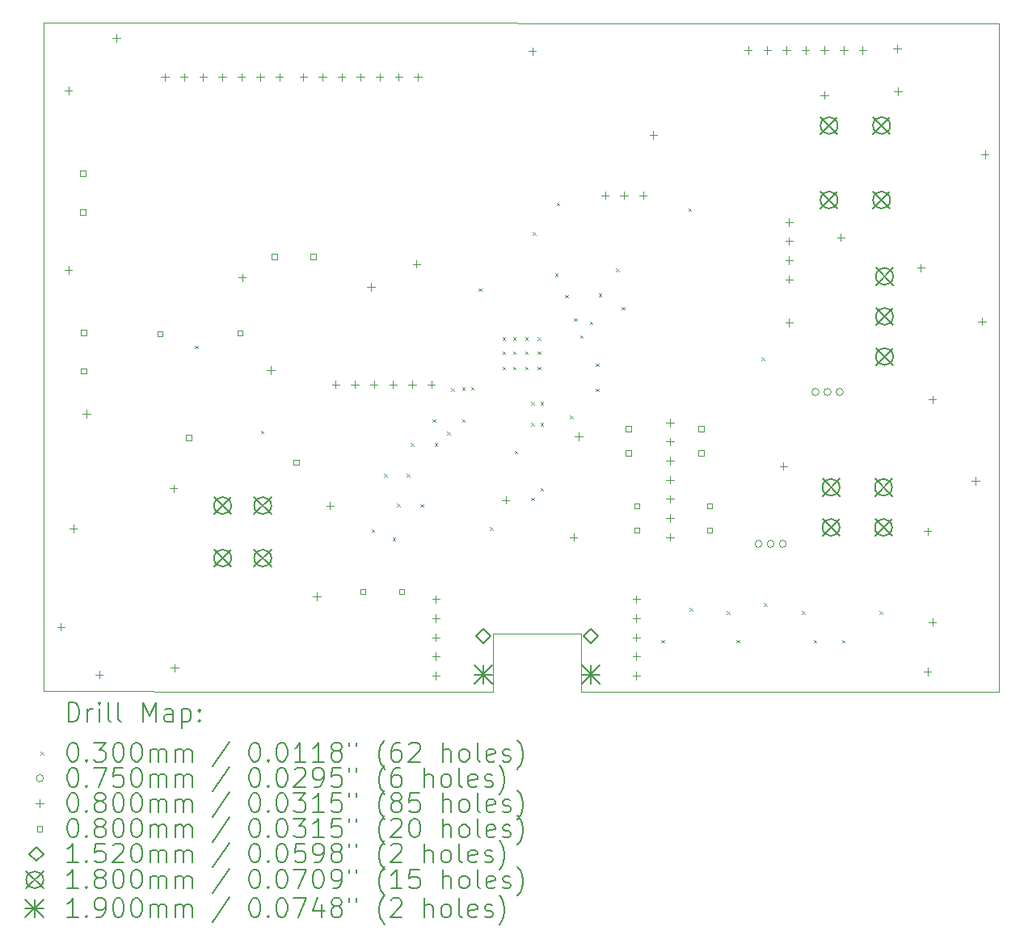
<source format=gbr>
%TF.GenerationSoftware,KiCad,Pcbnew,8.0.0*%
%TF.CreationDate,2024-03-30T18:18:07+01:00*%
%TF.ProjectId,MCU,4d43552e-6b69-4636-9164-5f7063625858,rev?*%
%TF.SameCoordinates,Original*%
%TF.FileFunction,Drillmap*%
%TF.FilePolarity,Positive*%
%FSLAX45Y45*%
G04 Gerber Fmt 4.5, Leading zero omitted, Abs format (unit mm)*
G04 Created by KiCad (PCBNEW 8.0.0) date 2024-03-30 18:18:07*
%MOMM*%
%LPD*%
G01*
G04 APERTURE LIST*
%ADD10C,0.050000*%
%ADD11C,0.200000*%
%ADD12C,0.100000*%
%ADD13C,0.152000*%
%ADD14C,0.180000*%
%ADD15C,0.190000*%
G04 APERTURE END LIST*
D10*
X7430000Y-12420000D02*
X9800000Y-12420000D01*
X11180000Y-12420000D02*
X10720000Y-12420000D01*
X5090000Y-5410000D02*
X15100000Y-5420000D01*
X14000000Y-12420000D02*
X11180000Y-12420000D01*
X15100000Y-5420000D02*
X15100000Y-12420000D01*
X10720000Y-11810000D02*
X10720000Y-12420000D01*
X7430000Y-12420000D02*
X5090000Y-12410000D01*
X9800000Y-12420000D02*
X9800000Y-11810000D01*
X5090000Y-12410000D02*
X5090000Y-5410000D01*
X14000000Y-12420000D02*
X15100000Y-12420000D01*
X9800000Y-11810000D02*
X10720000Y-11810000D01*
D11*
D12*
X6675000Y-8795000D02*
X6705000Y-8825000D01*
X6705000Y-8795000D02*
X6675000Y-8825000D01*
X7365000Y-9685000D02*
X7395000Y-9715000D01*
X7395000Y-9685000D02*
X7365000Y-9715000D01*
X8525000Y-10715000D02*
X8555000Y-10745000D01*
X8555000Y-10715000D02*
X8525000Y-10745000D01*
X8655000Y-10135000D02*
X8685000Y-10165000D01*
X8685000Y-10135000D02*
X8655000Y-10165000D01*
X8745000Y-10805000D02*
X8775000Y-10835000D01*
X8775000Y-10805000D02*
X8745000Y-10835000D01*
X8790000Y-10450000D02*
X8820000Y-10480000D01*
X8820000Y-10450000D02*
X8790000Y-10480000D01*
X8895000Y-10135000D02*
X8925000Y-10165000D01*
X8925000Y-10135000D02*
X8895000Y-10165000D01*
X8935000Y-9815000D02*
X8965000Y-9845000D01*
X8965000Y-9815000D02*
X8935000Y-9845000D01*
X9035000Y-10455000D02*
X9065000Y-10485000D01*
X9065000Y-10455000D02*
X9035000Y-10485000D01*
X9165000Y-9565000D02*
X9195000Y-9595000D01*
X9195000Y-9565000D02*
X9165000Y-9595000D01*
X9185000Y-9815000D02*
X9215000Y-9845000D01*
X9215000Y-9815000D02*
X9185000Y-9845000D01*
X9315000Y-9695000D02*
X9345000Y-9725000D01*
X9345000Y-9695000D02*
X9315000Y-9725000D01*
X9360000Y-9240000D02*
X9390000Y-9270000D01*
X9390000Y-9240000D02*
X9360000Y-9270000D01*
X9475000Y-9230000D02*
X9505000Y-9260000D01*
X9505000Y-9230000D02*
X9475000Y-9260000D01*
X9475000Y-9565000D02*
X9505000Y-9595000D01*
X9505000Y-9565000D02*
X9475000Y-9595000D01*
X9565000Y-9225000D02*
X9595000Y-9255000D01*
X9595000Y-9225000D02*
X9565000Y-9255000D01*
X9645000Y-8195000D02*
X9675000Y-8225000D01*
X9675000Y-8195000D02*
X9645000Y-8225000D01*
X9765000Y-10695000D02*
X9795000Y-10725000D01*
X9795000Y-10695000D02*
X9765000Y-10725000D01*
X9895000Y-8705000D02*
X9925000Y-8735000D01*
X9925000Y-8705000D02*
X9895000Y-8735000D01*
X9895000Y-8855000D02*
X9925000Y-8885000D01*
X9925000Y-8855000D02*
X9895000Y-8885000D01*
X9895000Y-9015000D02*
X9925000Y-9045000D01*
X9925000Y-9015000D02*
X9895000Y-9045000D01*
X10005000Y-8705000D02*
X10035000Y-8735000D01*
X10035000Y-8705000D02*
X10005000Y-8735000D01*
X10005000Y-8855000D02*
X10035000Y-8885000D01*
X10035000Y-8855000D02*
X10005000Y-8885000D01*
X10005000Y-9015000D02*
X10035000Y-9045000D01*
X10035000Y-9015000D02*
X10005000Y-9045000D01*
X10025000Y-9895000D02*
X10055000Y-9925000D01*
X10055000Y-9895000D02*
X10025000Y-9925000D01*
X10135000Y-8705000D02*
X10165000Y-8735000D01*
X10165000Y-8705000D02*
X10135000Y-8735000D01*
X10135000Y-8855000D02*
X10165000Y-8885000D01*
X10165000Y-8855000D02*
X10135000Y-8885000D01*
X10135000Y-9015000D02*
X10165000Y-9045000D01*
X10165000Y-9015000D02*
X10135000Y-9045000D01*
X10195000Y-9385000D02*
X10225000Y-9415000D01*
X10225000Y-9385000D02*
X10195000Y-9415000D01*
X10195000Y-9605000D02*
X10225000Y-9635000D01*
X10225000Y-9605000D02*
X10195000Y-9635000D01*
X10195000Y-10385000D02*
X10225000Y-10415000D01*
X10225000Y-10385000D02*
X10195000Y-10415000D01*
X10215000Y-7605000D02*
X10245000Y-7635000D01*
X10245000Y-7605000D02*
X10215000Y-7635000D01*
X10265000Y-8705000D02*
X10295000Y-8735000D01*
X10295000Y-8705000D02*
X10265000Y-8735000D01*
X10265000Y-8855000D02*
X10295000Y-8885000D01*
X10295000Y-8855000D02*
X10265000Y-8885000D01*
X10265000Y-9015000D02*
X10295000Y-9045000D01*
X10295000Y-9015000D02*
X10265000Y-9045000D01*
X10295000Y-9385000D02*
X10325000Y-9415000D01*
X10325000Y-9385000D02*
X10295000Y-9415000D01*
X10295000Y-9605000D02*
X10325000Y-9635000D01*
X10325000Y-9605000D02*
X10295000Y-9635000D01*
X10295000Y-10285000D02*
X10325000Y-10315000D01*
X10325000Y-10285000D02*
X10295000Y-10315000D01*
X10445000Y-8035000D02*
X10475000Y-8065000D01*
X10475000Y-8035000D02*
X10445000Y-8065000D01*
X10465000Y-7295000D02*
X10495000Y-7325000D01*
X10495000Y-7295000D02*
X10465000Y-7325000D01*
X10555000Y-8260000D02*
X10585000Y-8290000D01*
X10585000Y-8260000D02*
X10555000Y-8290000D01*
X10605000Y-9525000D02*
X10635000Y-9555000D01*
X10635000Y-9525000D02*
X10605000Y-9555000D01*
X10647500Y-8507500D02*
X10677500Y-8537500D01*
X10677500Y-8507500D02*
X10647500Y-8537500D01*
X10710000Y-8685000D02*
X10740000Y-8715000D01*
X10740000Y-8685000D02*
X10710000Y-8715000D01*
X10810000Y-8540000D02*
X10840000Y-8570000D01*
X10840000Y-8540000D02*
X10810000Y-8570000D01*
X10875000Y-8982000D02*
X10905000Y-9012000D01*
X10905000Y-8982000D02*
X10875000Y-9012000D01*
X10875000Y-9245000D02*
X10905000Y-9275000D01*
X10905000Y-9245000D02*
X10875000Y-9275000D01*
X10905000Y-8250000D02*
X10935000Y-8280000D01*
X10935000Y-8250000D02*
X10905000Y-8280000D01*
X11085000Y-7985000D02*
X11115000Y-8015000D01*
X11115000Y-7985000D02*
X11085000Y-8015000D01*
X11145000Y-8390000D02*
X11175000Y-8420000D01*
X11175000Y-8390000D02*
X11145000Y-8420000D01*
X11558750Y-11875000D02*
X11588750Y-11905000D01*
X11588750Y-11875000D02*
X11558750Y-11905000D01*
X11845000Y-7355000D02*
X11875000Y-7385000D01*
X11875000Y-7355000D02*
X11845000Y-7385000D01*
X11855000Y-11540000D02*
X11885000Y-11570000D01*
X11885000Y-11540000D02*
X11855000Y-11570000D01*
X12245000Y-11575000D02*
X12275000Y-11605000D01*
X12275000Y-11575000D02*
X12245000Y-11605000D01*
X12348750Y-11875000D02*
X12378750Y-11905000D01*
X12378750Y-11875000D02*
X12348750Y-11905000D01*
X12348750Y-11875000D02*
X12378750Y-11905000D01*
X12378750Y-11875000D02*
X12348750Y-11905000D01*
X12610000Y-8915500D02*
X12640000Y-8945500D01*
X12640000Y-8915500D02*
X12610000Y-8945500D01*
X12635000Y-11490000D02*
X12665000Y-11520000D01*
X12665000Y-11490000D02*
X12635000Y-11520000D01*
X13035000Y-11575000D02*
X13065000Y-11605000D01*
X13065000Y-11575000D02*
X13035000Y-11605000D01*
X13155000Y-11875000D02*
X13185000Y-11905000D01*
X13185000Y-11875000D02*
X13155000Y-11905000D01*
X13451250Y-11875000D02*
X13481250Y-11905000D01*
X13481250Y-11875000D02*
X13451250Y-11905000D01*
X13845000Y-11575000D02*
X13875000Y-11605000D01*
X13875000Y-11575000D02*
X13845000Y-11605000D01*
X12615500Y-10871000D02*
G75*
G02*
X12540500Y-10871000I-37500J0D01*
G01*
X12540500Y-10871000D02*
G75*
G02*
X12615500Y-10871000I37500J0D01*
G01*
X12742500Y-10871000D02*
G75*
G02*
X12667500Y-10871000I-37500J0D01*
G01*
X12667500Y-10871000D02*
G75*
G02*
X12742500Y-10871000I37500J0D01*
G01*
X12869500Y-10871000D02*
G75*
G02*
X12794500Y-10871000I-37500J0D01*
G01*
X12794500Y-10871000D02*
G75*
G02*
X12869500Y-10871000I37500J0D01*
G01*
X13212500Y-9280000D02*
G75*
G02*
X13137500Y-9280000I-37500J0D01*
G01*
X13137500Y-9280000D02*
G75*
G02*
X13212500Y-9280000I37500J0D01*
G01*
X13339500Y-9280000D02*
G75*
G02*
X13264500Y-9280000I-37500J0D01*
G01*
X13264500Y-9280000D02*
G75*
G02*
X13339500Y-9280000I37500J0D01*
G01*
X13466500Y-9280000D02*
G75*
G02*
X13391500Y-9280000I-37500J0D01*
G01*
X13391500Y-9280000D02*
G75*
G02*
X13466500Y-9280000I37500J0D01*
G01*
X5270000Y-11700000D02*
X5270000Y-11780000D01*
X5230000Y-11740000D02*
X5310000Y-11740000D01*
X5350000Y-6080000D02*
X5350000Y-6160000D01*
X5310000Y-6120000D02*
X5390000Y-6120000D01*
X5350000Y-7960000D02*
X5350000Y-8040000D01*
X5310000Y-8000000D02*
X5390000Y-8000000D01*
X5400000Y-10670000D02*
X5400000Y-10750000D01*
X5360000Y-10710000D02*
X5440000Y-10710000D01*
X5540000Y-9470000D02*
X5540000Y-9550000D01*
X5500000Y-9510000D02*
X5580000Y-9510000D01*
X5670000Y-12200000D02*
X5670000Y-12280000D01*
X5630000Y-12240000D02*
X5710000Y-12240000D01*
X5850000Y-5530000D02*
X5850000Y-5610000D01*
X5810000Y-5570000D02*
X5890000Y-5570000D01*
X6360000Y-5940000D02*
X6360000Y-6020000D01*
X6320000Y-5980000D02*
X6400000Y-5980000D01*
X6450000Y-10250000D02*
X6450000Y-10330000D01*
X6410000Y-10290000D02*
X6490000Y-10290000D01*
X6460000Y-12130000D02*
X6460000Y-12210000D01*
X6420000Y-12170000D02*
X6500000Y-12170000D01*
X6560000Y-5940000D02*
X6560000Y-6020000D01*
X6520000Y-5980000D02*
X6600000Y-5980000D01*
X6760000Y-5940000D02*
X6760000Y-6020000D01*
X6720000Y-5980000D02*
X6800000Y-5980000D01*
X6960000Y-5940000D02*
X6960000Y-6020000D01*
X6920000Y-5980000D02*
X7000000Y-5980000D01*
X7160000Y-5940000D02*
X7160000Y-6020000D01*
X7120000Y-5980000D02*
X7200000Y-5980000D01*
X7170000Y-8040000D02*
X7170000Y-8120000D01*
X7130000Y-8080000D02*
X7210000Y-8080000D01*
X7360000Y-5940000D02*
X7360000Y-6020000D01*
X7320000Y-5980000D02*
X7400000Y-5980000D01*
X7470000Y-9010000D02*
X7470000Y-9090000D01*
X7430000Y-9050000D02*
X7510000Y-9050000D01*
X7560000Y-5940000D02*
X7560000Y-6020000D01*
X7520000Y-5980000D02*
X7600000Y-5980000D01*
X7810000Y-5940000D02*
X7810000Y-6020000D01*
X7770000Y-5980000D02*
X7850000Y-5980000D01*
X7950000Y-11380000D02*
X7950000Y-11460000D01*
X7910000Y-11420000D02*
X7990000Y-11420000D01*
X8010000Y-5940000D02*
X8010000Y-6020000D01*
X7970000Y-5980000D02*
X8050000Y-5980000D01*
X8090000Y-10430000D02*
X8090000Y-10510000D01*
X8050000Y-10470000D02*
X8130000Y-10470000D01*
X8150000Y-9160000D02*
X8150000Y-9240000D01*
X8110000Y-9200000D02*
X8190000Y-9200000D01*
X8210000Y-5940000D02*
X8210000Y-6020000D01*
X8170000Y-5980000D02*
X8250000Y-5980000D01*
X8350000Y-9160000D02*
X8350000Y-9240000D01*
X8310000Y-9200000D02*
X8390000Y-9200000D01*
X8410000Y-5940000D02*
X8410000Y-6020000D01*
X8370000Y-5980000D02*
X8450000Y-5980000D01*
X8520000Y-8140000D02*
X8520000Y-8220000D01*
X8480000Y-8180000D02*
X8560000Y-8180000D01*
X8550000Y-9160000D02*
X8550000Y-9240000D01*
X8510000Y-9200000D02*
X8590000Y-9200000D01*
X8610000Y-5940000D02*
X8610000Y-6020000D01*
X8570000Y-5980000D02*
X8650000Y-5980000D01*
X8750000Y-9160000D02*
X8750000Y-9240000D01*
X8710000Y-9200000D02*
X8790000Y-9200000D01*
X8810000Y-5940000D02*
X8810000Y-6020000D01*
X8770000Y-5980000D02*
X8850000Y-5980000D01*
X8950000Y-9160000D02*
X8950000Y-9240000D01*
X8910000Y-9200000D02*
X8990000Y-9200000D01*
X8995000Y-7900000D02*
X8995000Y-7980000D01*
X8955000Y-7940000D02*
X9035000Y-7940000D01*
X9010000Y-5940000D02*
X9010000Y-6020000D01*
X8970000Y-5980000D02*
X9050000Y-5980000D01*
X9150000Y-9160000D02*
X9150000Y-9240000D01*
X9110000Y-9200000D02*
X9190000Y-9200000D01*
X9200000Y-11410000D02*
X9200000Y-11490000D01*
X9160000Y-11450000D02*
X9240000Y-11450000D01*
X9200000Y-11610000D02*
X9200000Y-11690000D01*
X9160000Y-11650000D02*
X9240000Y-11650000D01*
X9200000Y-11810000D02*
X9200000Y-11890000D01*
X9160000Y-11850000D02*
X9240000Y-11850000D01*
X9200000Y-12010000D02*
X9200000Y-12090000D01*
X9160000Y-12050000D02*
X9240000Y-12050000D01*
X9200000Y-12210000D02*
X9200000Y-12290000D01*
X9160000Y-12250000D02*
X9240000Y-12250000D01*
X9930000Y-10370000D02*
X9930000Y-10450000D01*
X9890000Y-10410000D02*
X9970000Y-10410000D01*
X10210000Y-5670000D02*
X10210000Y-5750000D01*
X10170000Y-5710000D02*
X10250000Y-5710000D01*
X10640000Y-10760000D02*
X10640000Y-10840000D01*
X10600000Y-10800000D02*
X10680000Y-10800000D01*
X10695000Y-9705000D02*
X10695000Y-9785000D01*
X10655000Y-9745000D02*
X10735000Y-9745000D01*
X10970000Y-7180000D02*
X10970000Y-7260000D01*
X10930000Y-7220000D02*
X11010000Y-7220000D01*
X11170000Y-7180000D02*
X11170000Y-7260000D01*
X11130000Y-7220000D02*
X11210000Y-7220000D01*
X11300000Y-11410000D02*
X11300000Y-11490000D01*
X11260000Y-11450000D02*
X11340000Y-11450000D01*
X11300000Y-11610000D02*
X11300000Y-11690000D01*
X11260000Y-11650000D02*
X11340000Y-11650000D01*
X11300000Y-11810000D02*
X11300000Y-11890000D01*
X11260000Y-11850000D02*
X11340000Y-11850000D01*
X11300000Y-12010000D02*
X11300000Y-12090000D01*
X11260000Y-12050000D02*
X11340000Y-12050000D01*
X11300000Y-12210000D02*
X11300000Y-12290000D01*
X11260000Y-12250000D02*
X11340000Y-12250000D01*
X11370000Y-7180000D02*
X11370000Y-7260000D01*
X11330000Y-7220000D02*
X11410000Y-7220000D01*
X11476200Y-6547500D02*
X11476200Y-6627500D01*
X11436200Y-6587500D02*
X11516200Y-6587500D01*
X11650000Y-9560000D02*
X11650000Y-9640000D01*
X11610000Y-9600000D02*
X11690000Y-9600000D01*
X11650000Y-9760000D02*
X11650000Y-9840000D01*
X11610000Y-9800000D02*
X11690000Y-9800000D01*
X11650000Y-9960000D02*
X11650000Y-10040000D01*
X11610000Y-10000000D02*
X11690000Y-10000000D01*
X11650000Y-10160000D02*
X11650000Y-10240000D01*
X11610000Y-10200000D02*
X11690000Y-10200000D01*
X11650000Y-10360000D02*
X11650000Y-10440000D01*
X11610000Y-10400000D02*
X11690000Y-10400000D01*
X11650000Y-10560000D02*
X11650000Y-10640000D01*
X11610000Y-10600000D02*
X11690000Y-10600000D01*
X11650000Y-10760000D02*
X11650000Y-10840000D01*
X11610000Y-10800000D02*
X11690000Y-10800000D01*
X12470000Y-5660000D02*
X12470000Y-5740000D01*
X12430000Y-5700000D02*
X12510000Y-5700000D01*
X12670000Y-5660000D02*
X12670000Y-5740000D01*
X12630000Y-5700000D02*
X12710000Y-5700000D01*
X12840000Y-10015000D02*
X12840000Y-10095000D01*
X12800000Y-10055000D02*
X12880000Y-10055000D01*
X12870000Y-5660000D02*
X12870000Y-5740000D01*
X12830000Y-5700000D02*
X12910000Y-5700000D01*
X12900000Y-7460000D02*
X12900000Y-7540000D01*
X12860000Y-7500000D02*
X12940000Y-7500000D01*
X12900000Y-7660000D02*
X12900000Y-7740000D01*
X12860000Y-7700000D02*
X12940000Y-7700000D01*
X12900000Y-7860000D02*
X12900000Y-7940000D01*
X12860000Y-7900000D02*
X12940000Y-7900000D01*
X12900000Y-8060000D02*
X12900000Y-8140000D01*
X12860000Y-8100000D02*
X12940000Y-8100000D01*
X12900000Y-8510000D02*
X12900000Y-8590000D01*
X12860000Y-8550000D02*
X12940000Y-8550000D01*
X13070000Y-5660000D02*
X13070000Y-5740000D01*
X13030000Y-5700000D02*
X13110000Y-5700000D01*
X13270000Y-5660000D02*
X13270000Y-5740000D01*
X13230000Y-5700000D02*
X13310000Y-5700000D01*
X13270000Y-6130000D02*
X13270000Y-6210000D01*
X13230000Y-6170000D02*
X13310000Y-6170000D01*
X13440000Y-7620000D02*
X13440000Y-7700000D01*
X13400000Y-7660000D02*
X13480000Y-7660000D01*
X13470000Y-5660000D02*
X13470000Y-5740000D01*
X13430000Y-5700000D02*
X13510000Y-5700000D01*
X13670000Y-5660000D02*
X13670000Y-5740000D01*
X13630000Y-5700000D02*
X13710000Y-5700000D01*
X14030000Y-5640000D02*
X14030000Y-5720000D01*
X13990000Y-5680000D02*
X14070000Y-5680000D01*
X14040000Y-6090000D02*
X14040000Y-6170000D01*
X14000000Y-6130000D02*
X14080000Y-6130000D01*
X14280000Y-7940000D02*
X14280000Y-8020000D01*
X14240000Y-7980000D02*
X14320000Y-7980000D01*
X14350000Y-10700000D02*
X14350000Y-10780000D01*
X14310000Y-10740000D02*
X14390000Y-10740000D01*
X14350000Y-12170000D02*
X14350000Y-12250000D01*
X14310000Y-12210000D02*
X14390000Y-12210000D01*
X14400000Y-9320000D02*
X14400000Y-9400000D01*
X14360000Y-9360000D02*
X14440000Y-9360000D01*
X14400000Y-11650000D02*
X14400000Y-11730000D01*
X14360000Y-11690000D02*
X14440000Y-11690000D01*
X14850000Y-10170000D02*
X14850000Y-10250000D01*
X14810000Y-10210000D02*
X14890000Y-10210000D01*
X14920000Y-8500000D02*
X14920000Y-8580000D01*
X14880000Y-8540000D02*
X14960000Y-8540000D01*
X14950000Y-6750000D02*
X14950000Y-6830000D01*
X14910000Y-6790000D02*
X14990000Y-6790000D01*
X5528285Y-7018284D02*
X5528285Y-6961715D01*
X5471716Y-6961715D01*
X5471716Y-7018284D01*
X5528285Y-7018284D01*
X5528285Y-7423284D02*
X5528285Y-7366715D01*
X5471716Y-7366715D01*
X5471716Y-7423284D01*
X5528285Y-7423284D01*
X5538285Y-8683285D02*
X5538285Y-8626716D01*
X5481716Y-8626716D01*
X5481716Y-8683285D01*
X5538285Y-8683285D01*
X5538285Y-9088285D02*
X5538285Y-9031716D01*
X5481716Y-9031716D01*
X5481716Y-9088285D01*
X5538285Y-9088285D01*
X6338284Y-8698285D02*
X6338284Y-8641716D01*
X6281715Y-8641716D01*
X6281715Y-8698285D01*
X6338284Y-8698285D01*
X6638284Y-9788285D02*
X6638284Y-9731716D01*
X6581715Y-9731716D01*
X6581715Y-9788285D01*
X6638284Y-9788285D01*
X7176284Y-8690285D02*
X7176284Y-8633716D01*
X7119715Y-8633716D01*
X7119715Y-8690285D01*
X7176284Y-8690285D01*
X7535784Y-7888284D02*
X7535784Y-7831715D01*
X7479215Y-7831715D01*
X7479215Y-7888284D01*
X7535784Y-7888284D01*
X7763284Y-10043285D02*
X7763284Y-9986716D01*
X7706715Y-9986716D01*
X7706715Y-10043285D01*
X7763284Y-10043285D01*
X7940784Y-7888284D02*
X7940784Y-7831715D01*
X7884215Y-7831715D01*
X7884215Y-7888284D01*
X7940784Y-7888284D01*
X8463285Y-11398284D02*
X8463285Y-11341715D01*
X8406716Y-11341715D01*
X8406716Y-11398284D01*
X8463285Y-11398284D01*
X8868285Y-11398284D02*
X8868285Y-11341715D01*
X8811716Y-11341715D01*
X8811716Y-11398284D01*
X8868285Y-11398284D01*
X11243284Y-9695785D02*
X11243284Y-9639216D01*
X11186715Y-9639216D01*
X11186715Y-9695785D01*
X11243284Y-9695785D01*
X11243284Y-9949785D02*
X11243284Y-9893216D01*
X11186715Y-9893216D01*
X11186715Y-9949785D01*
X11243284Y-9949785D01*
X11333284Y-10500785D02*
X11333284Y-10444216D01*
X11276715Y-10444216D01*
X11276715Y-10500785D01*
X11333284Y-10500785D01*
X11333284Y-10754785D02*
X11333284Y-10698216D01*
X11276715Y-10698216D01*
X11276715Y-10754785D01*
X11333284Y-10754785D01*
X12005284Y-9695785D02*
X12005284Y-9639216D01*
X11948715Y-9639216D01*
X11948715Y-9695785D01*
X12005284Y-9695785D01*
X12005284Y-9949785D02*
X12005284Y-9893216D01*
X11948715Y-9893216D01*
X11948715Y-9949785D01*
X12005284Y-9949785D01*
X12095284Y-10500785D02*
X12095284Y-10444216D01*
X12038715Y-10444216D01*
X12038715Y-10500785D01*
X12095284Y-10500785D01*
X12095284Y-10754785D02*
X12095284Y-10698216D01*
X12038715Y-10698216D01*
X12038715Y-10754785D01*
X12095284Y-10754785D01*
D13*
X9698000Y-11916000D02*
X9774000Y-11840000D01*
X9698000Y-11764000D01*
X9622000Y-11840000D01*
X9698000Y-11916000D01*
X10822000Y-11916000D02*
X10898000Y-11840000D01*
X10822000Y-11764000D01*
X10746000Y-11840000D01*
X10822000Y-11916000D01*
D14*
X6875000Y-10380000D02*
X7055000Y-10560000D01*
X7055000Y-10380000D02*
X6875000Y-10560000D01*
X7055000Y-10470000D02*
G75*
G02*
X6875000Y-10470000I-90000J0D01*
G01*
X6875000Y-10470000D02*
G75*
G02*
X7055000Y-10470000I90000J0D01*
G01*
X6875000Y-10930000D02*
X7055000Y-11110000D01*
X7055000Y-10930000D02*
X6875000Y-11110000D01*
X7055000Y-11020000D02*
G75*
G02*
X6875000Y-11020000I-90000J0D01*
G01*
X6875000Y-11020000D02*
G75*
G02*
X7055000Y-11020000I90000J0D01*
G01*
X7295000Y-10380000D02*
X7475000Y-10560000D01*
X7475000Y-10380000D02*
X7295000Y-10560000D01*
X7475000Y-10470000D02*
G75*
G02*
X7295000Y-10470000I-90000J0D01*
G01*
X7295000Y-10470000D02*
G75*
G02*
X7475000Y-10470000I90000J0D01*
G01*
X7295000Y-10930000D02*
X7475000Y-11110000D01*
X7475000Y-10930000D02*
X7295000Y-11110000D01*
X7475000Y-11020000D02*
G75*
G02*
X7295000Y-11020000I-90000J0D01*
G01*
X7295000Y-11020000D02*
G75*
G02*
X7475000Y-11020000I90000J0D01*
G01*
X13227810Y-6398425D02*
X13407810Y-6578425D01*
X13407810Y-6398425D02*
X13227810Y-6578425D01*
X13407810Y-6488425D02*
G75*
G02*
X13227810Y-6488425I-90000J0D01*
G01*
X13227810Y-6488425D02*
G75*
G02*
X13407810Y-6488425I90000J0D01*
G01*
X13227810Y-7178425D02*
X13407810Y-7358425D01*
X13407810Y-7178425D02*
X13227810Y-7358425D01*
X13407810Y-7268425D02*
G75*
G02*
X13227810Y-7268425I-90000J0D01*
G01*
X13227810Y-7268425D02*
G75*
G02*
X13407810Y-7268425I90000J0D01*
G01*
X13247810Y-10188425D02*
X13427810Y-10368425D01*
X13427810Y-10188425D02*
X13247810Y-10368425D01*
X13427810Y-10278425D02*
G75*
G02*
X13247810Y-10278425I-90000J0D01*
G01*
X13247810Y-10278425D02*
G75*
G02*
X13427810Y-10278425I90000J0D01*
G01*
X13247810Y-10608425D02*
X13427810Y-10788425D01*
X13427810Y-10608425D02*
X13247810Y-10788425D01*
X13427810Y-10698425D02*
G75*
G02*
X13247810Y-10698425I-90000J0D01*
G01*
X13247810Y-10698425D02*
G75*
G02*
X13427810Y-10698425I90000J0D01*
G01*
X13777810Y-6398425D02*
X13957810Y-6578425D01*
X13957810Y-6398425D02*
X13777810Y-6578425D01*
X13957810Y-6488425D02*
G75*
G02*
X13777810Y-6488425I-90000J0D01*
G01*
X13777810Y-6488425D02*
G75*
G02*
X13957810Y-6488425I90000J0D01*
G01*
X13777810Y-7178425D02*
X13957810Y-7358425D01*
X13957810Y-7178425D02*
X13777810Y-7358425D01*
X13957810Y-7268425D02*
G75*
G02*
X13777810Y-7268425I-90000J0D01*
G01*
X13777810Y-7268425D02*
G75*
G02*
X13957810Y-7268425I90000J0D01*
G01*
X13797810Y-10188425D02*
X13977810Y-10368425D01*
X13977810Y-10188425D02*
X13797810Y-10368425D01*
X13977810Y-10278425D02*
G75*
G02*
X13797810Y-10278425I-90000J0D01*
G01*
X13797810Y-10278425D02*
G75*
G02*
X13977810Y-10278425I90000J0D01*
G01*
X13797810Y-10608425D02*
X13977810Y-10788425D01*
X13977810Y-10608425D02*
X13797810Y-10788425D01*
X13977810Y-10698425D02*
G75*
G02*
X13797810Y-10698425I-90000J0D01*
G01*
X13797810Y-10698425D02*
G75*
G02*
X13977810Y-10698425I90000J0D01*
G01*
X13808710Y-7978425D02*
X13988710Y-8158425D01*
X13988710Y-7978425D02*
X13808710Y-8158425D01*
X13988710Y-8068425D02*
G75*
G02*
X13808710Y-8068425I-90000J0D01*
G01*
X13808710Y-8068425D02*
G75*
G02*
X13988710Y-8068425I90000J0D01*
G01*
X13808710Y-8398425D02*
X13988710Y-8578425D01*
X13988710Y-8398425D02*
X13808710Y-8578425D01*
X13988710Y-8488425D02*
G75*
G02*
X13808710Y-8488425I-90000J0D01*
G01*
X13808710Y-8488425D02*
G75*
G02*
X13988710Y-8488425I90000J0D01*
G01*
X13808710Y-8818425D02*
X13988710Y-8998425D01*
X13988710Y-8818425D02*
X13808710Y-8998425D01*
X13988710Y-8908425D02*
G75*
G02*
X13808710Y-8908425I-90000J0D01*
G01*
X13808710Y-8908425D02*
G75*
G02*
X13988710Y-8908425I90000J0D01*
G01*
D15*
X9603000Y-12145000D02*
X9793000Y-12335000D01*
X9793000Y-12145000D02*
X9603000Y-12335000D01*
X9698000Y-12145000D02*
X9698000Y-12335000D01*
X9603000Y-12240000D02*
X9793000Y-12240000D01*
X10727000Y-12145000D02*
X10917000Y-12335000D01*
X10917000Y-12145000D02*
X10727000Y-12335000D01*
X10822000Y-12145000D02*
X10822000Y-12335000D01*
X10727000Y-12240000D02*
X10917000Y-12240000D01*
D11*
X5348277Y-12733984D02*
X5348277Y-12533984D01*
X5348277Y-12533984D02*
X5395896Y-12533984D01*
X5395896Y-12533984D02*
X5424467Y-12543508D01*
X5424467Y-12543508D02*
X5443515Y-12562555D01*
X5443515Y-12562555D02*
X5453039Y-12581603D01*
X5453039Y-12581603D02*
X5462563Y-12619698D01*
X5462563Y-12619698D02*
X5462563Y-12648269D01*
X5462563Y-12648269D02*
X5453039Y-12686365D01*
X5453039Y-12686365D02*
X5443515Y-12705412D01*
X5443515Y-12705412D02*
X5424467Y-12724460D01*
X5424467Y-12724460D02*
X5395896Y-12733984D01*
X5395896Y-12733984D02*
X5348277Y-12733984D01*
X5548277Y-12733984D02*
X5548277Y-12600650D01*
X5548277Y-12638746D02*
X5557801Y-12619698D01*
X5557801Y-12619698D02*
X5567324Y-12610174D01*
X5567324Y-12610174D02*
X5586372Y-12600650D01*
X5586372Y-12600650D02*
X5605420Y-12600650D01*
X5672086Y-12733984D02*
X5672086Y-12600650D01*
X5672086Y-12533984D02*
X5662562Y-12543508D01*
X5662562Y-12543508D02*
X5672086Y-12553031D01*
X5672086Y-12553031D02*
X5681610Y-12543508D01*
X5681610Y-12543508D02*
X5672086Y-12533984D01*
X5672086Y-12533984D02*
X5672086Y-12553031D01*
X5795896Y-12733984D02*
X5776848Y-12724460D01*
X5776848Y-12724460D02*
X5767324Y-12705412D01*
X5767324Y-12705412D02*
X5767324Y-12533984D01*
X5900658Y-12733984D02*
X5881610Y-12724460D01*
X5881610Y-12724460D02*
X5872086Y-12705412D01*
X5872086Y-12705412D02*
X5872086Y-12533984D01*
X6129229Y-12733984D02*
X6129229Y-12533984D01*
X6129229Y-12533984D02*
X6195896Y-12676841D01*
X6195896Y-12676841D02*
X6262562Y-12533984D01*
X6262562Y-12533984D02*
X6262562Y-12733984D01*
X6443515Y-12733984D02*
X6443515Y-12629222D01*
X6443515Y-12629222D02*
X6433991Y-12610174D01*
X6433991Y-12610174D02*
X6414943Y-12600650D01*
X6414943Y-12600650D02*
X6376848Y-12600650D01*
X6376848Y-12600650D02*
X6357801Y-12610174D01*
X6443515Y-12724460D02*
X6424467Y-12733984D01*
X6424467Y-12733984D02*
X6376848Y-12733984D01*
X6376848Y-12733984D02*
X6357801Y-12724460D01*
X6357801Y-12724460D02*
X6348277Y-12705412D01*
X6348277Y-12705412D02*
X6348277Y-12686365D01*
X6348277Y-12686365D02*
X6357801Y-12667317D01*
X6357801Y-12667317D02*
X6376848Y-12657793D01*
X6376848Y-12657793D02*
X6424467Y-12657793D01*
X6424467Y-12657793D02*
X6443515Y-12648269D01*
X6538753Y-12600650D02*
X6538753Y-12800650D01*
X6538753Y-12610174D02*
X6557801Y-12600650D01*
X6557801Y-12600650D02*
X6595896Y-12600650D01*
X6595896Y-12600650D02*
X6614943Y-12610174D01*
X6614943Y-12610174D02*
X6624467Y-12619698D01*
X6624467Y-12619698D02*
X6633991Y-12638746D01*
X6633991Y-12638746D02*
X6633991Y-12695888D01*
X6633991Y-12695888D02*
X6624467Y-12714936D01*
X6624467Y-12714936D02*
X6614943Y-12724460D01*
X6614943Y-12724460D02*
X6595896Y-12733984D01*
X6595896Y-12733984D02*
X6557801Y-12733984D01*
X6557801Y-12733984D02*
X6538753Y-12724460D01*
X6719705Y-12714936D02*
X6729229Y-12724460D01*
X6729229Y-12724460D02*
X6719705Y-12733984D01*
X6719705Y-12733984D02*
X6710182Y-12724460D01*
X6710182Y-12724460D02*
X6719705Y-12714936D01*
X6719705Y-12714936D02*
X6719705Y-12733984D01*
X6719705Y-12610174D02*
X6729229Y-12619698D01*
X6729229Y-12619698D02*
X6719705Y-12629222D01*
X6719705Y-12629222D02*
X6710182Y-12619698D01*
X6710182Y-12619698D02*
X6719705Y-12610174D01*
X6719705Y-12610174D02*
X6719705Y-12629222D01*
D12*
X5057500Y-13047500D02*
X5087500Y-13077500D01*
X5087500Y-13047500D02*
X5057500Y-13077500D01*
D11*
X5386372Y-12953984D02*
X5405420Y-12953984D01*
X5405420Y-12953984D02*
X5424467Y-12963508D01*
X5424467Y-12963508D02*
X5433991Y-12973031D01*
X5433991Y-12973031D02*
X5443515Y-12992079D01*
X5443515Y-12992079D02*
X5453039Y-13030174D01*
X5453039Y-13030174D02*
X5453039Y-13077793D01*
X5453039Y-13077793D02*
X5443515Y-13115888D01*
X5443515Y-13115888D02*
X5433991Y-13134936D01*
X5433991Y-13134936D02*
X5424467Y-13144460D01*
X5424467Y-13144460D02*
X5405420Y-13153984D01*
X5405420Y-13153984D02*
X5386372Y-13153984D01*
X5386372Y-13153984D02*
X5367324Y-13144460D01*
X5367324Y-13144460D02*
X5357801Y-13134936D01*
X5357801Y-13134936D02*
X5348277Y-13115888D01*
X5348277Y-13115888D02*
X5338753Y-13077793D01*
X5338753Y-13077793D02*
X5338753Y-13030174D01*
X5338753Y-13030174D02*
X5348277Y-12992079D01*
X5348277Y-12992079D02*
X5357801Y-12973031D01*
X5357801Y-12973031D02*
X5367324Y-12963508D01*
X5367324Y-12963508D02*
X5386372Y-12953984D01*
X5538753Y-13134936D02*
X5548277Y-13144460D01*
X5548277Y-13144460D02*
X5538753Y-13153984D01*
X5538753Y-13153984D02*
X5529229Y-13144460D01*
X5529229Y-13144460D02*
X5538753Y-13134936D01*
X5538753Y-13134936D02*
X5538753Y-13153984D01*
X5614943Y-12953984D02*
X5738753Y-12953984D01*
X5738753Y-12953984D02*
X5672086Y-13030174D01*
X5672086Y-13030174D02*
X5700658Y-13030174D01*
X5700658Y-13030174D02*
X5719705Y-13039698D01*
X5719705Y-13039698D02*
X5729229Y-13049222D01*
X5729229Y-13049222D02*
X5738753Y-13068269D01*
X5738753Y-13068269D02*
X5738753Y-13115888D01*
X5738753Y-13115888D02*
X5729229Y-13134936D01*
X5729229Y-13134936D02*
X5719705Y-13144460D01*
X5719705Y-13144460D02*
X5700658Y-13153984D01*
X5700658Y-13153984D02*
X5643515Y-13153984D01*
X5643515Y-13153984D02*
X5624467Y-13144460D01*
X5624467Y-13144460D02*
X5614943Y-13134936D01*
X5862562Y-12953984D02*
X5881610Y-12953984D01*
X5881610Y-12953984D02*
X5900658Y-12963508D01*
X5900658Y-12963508D02*
X5910182Y-12973031D01*
X5910182Y-12973031D02*
X5919705Y-12992079D01*
X5919705Y-12992079D02*
X5929229Y-13030174D01*
X5929229Y-13030174D02*
X5929229Y-13077793D01*
X5929229Y-13077793D02*
X5919705Y-13115888D01*
X5919705Y-13115888D02*
X5910182Y-13134936D01*
X5910182Y-13134936D02*
X5900658Y-13144460D01*
X5900658Y-13144460D02*
X5881610Y-13153984D01*
X5881610Y-13153984D02*
X5862562Y-13153984D01*
X5862562Y-13153984D02*
X5843515Y-13144460D01*
X5843515Y-13144460D02*
X5833991Y-13134936D01*
X5833991Y-13134936D02*
X5824467Y-13115888D01*
X5824467Y-13115888D02*
X5814943Y-13077793D01*
X5814943Y-13077793D02*
X5814943Y-13030174D01*
X5814943Y-13030174D02*
X5824467Y-12992079D01*
X5824467Y-12992079D02*
X5833991Y-12973031D01*
X5833991Y-12973031D02*
X5843515Y-12963508D01*
X5843515Y-12963508D02*
X5862562Y-12953984D01*
X6053039Y-12953984D02*
X6072086Y-12953984D01*
X6072086Y-12953984D02*
X6091134Y-12963508D01*
X6091134Y-12963508D02*
X6100658Y-12973031D01*
X6100658Y-12973031D02*
X6110182Y-12992079D01*
X6110182Y-12992079D02*
X6119705Y-13030174D01*
X6119705Y-13030174D02*
X6119705Y-13077793D01*
X6119705Y-13077793D02*
X6110182Y-13115888D01*
X6110182Y-13115888D02*
X6100658Y-13134936D01*
X6100658Y-13134936D02*
X6091134Y-13144460D01*
X6091134Y-13144460D02*
X6072086Y-13153984D01*
X6072086Y-13153984D02*
X6053039Y-13153984D01*
X6053039Y-13153984D02*
X6033991Y-13144460D01*
X6033991Y-13144460D02*
X6024467Y-13134936D01*
X6024467Y-13134936D02*
X6014943Y-13115888D01*
X6014943Y-13115888D02*
X6005420Y-13077793D01*
X6005420Y-13077793D02*
X6005420Y-13030174D01*
X6005420Y-13030174D02*
X6014943Y-12992079D01*
X6014943Y-12992079D02*
X6024467Y-12973031D01*
X6024467Y-12973031D02*
X6033991Y-12963508D01*
X6033991Y-12963508D02*
X6053039Y-12953984D01*
X6205420Y-13153984D02*
X6205420Y-13020650D01*
X6205420Y-13039698D02*
X6214943Y-13030174D01*
X6214943Y-13030174D02*
X6233991Y-13020650D01*
X6233991Y-13020650D02*
X6262563Y-13020650D01*
X6262563Y-13020650D02*
X6281610Y-13030174D01*
X6281610Y-13030174D02*
X6291134Y-13049222D01*
X6291134Y-13049222D02*
X6291134Y-13153984D01*
X6291134Y-13049222D02*
X6300658Y-13030174D01*
X6300658Y-13030174D02*
X6319705Y-13020650D01*
X6319705Y-13020650D02*
X6348277Y-13020650D01*
X6348277Y-13020650D02*
X6367324Y-13030174D01*
X6367324Y-13030174D02*
X6376848Y-13049222D01*
X6376848Y-13049222D02*
X6376848Y-13153984D01*
X6472086Y-13153984D02*
X6472086Y-13020650D01*
X6472086Y-13039698D02*
X6481610Y-13030174D01*
X6481610Y-13030174D02*
X6500658Y-13020650D01*
X6500658Y-13020650D02*
X6529229Y-13020650D01*
X6529229Y-13020650D02*
X6548277Y-13030174D01*
X6548277Y-13030174D02*
X6557801Y-13049222D01*
X6557801Y-13049222D02*
X6557801Y-13153984D01*
X6557801Y-13049222D02*
X6567324Y-13030174D01*
X6567324Y-13030174D02*
X6586372Y-13020650D01*
X6586372Y-13020650D02*
X6614943Y-13020650D01*
X6614943Y-13020650D02*
X6633991Y-13030174D01*
X6633991Y-13030174D02*
X6643515Y-13049222D01*
X6643515Y-13049222D02*
X6643515Y-13153984D01*
X7033991Y-12944460D02*
X6862563Y-13201603D01*
X7291134Y-12953984D02*
X7310182Y-12953984D01*
X7310182Y-12953984D02*
X7329229Y-12963508D01*
X7329229Y-12963508D02*
X7338753Y-12973031D01*
X7338753Y-12973031D02*
X7348277Y-12992079D01*
X7348277Y-12992079D02*
X7357801Y-13030174D01*
X7357801Y-13030174D02*
X7357801Y-13077793D01*
X7357801Y-13077793D02*
X7348277Y-13115888D01*
X7348277Y-13115888D02*
X7338753Y-13134936D01*
X7338753Y-13134936D02*
X7329229Y-13144460D01*
X7329229Y-13144460D02*
X7310182Y-13153984D01*
X7310182Y-13153984D02*
X7291134Y-13153984D01*
X7291134Y-13153984D02*
X7272086Y-13144460D01*
X7272086Y-13144460D02*
X7262563Y-13134936D01*
X7262563Y-13134936D02*
X7253039Y-13115888D01*
X7253039Y-13115888D02*
X7243515Y-13077793D01*
X7243515Y-13077793D02*
X7243515Y-13030174D01*
X7243515Y-13030174D02*
X7253039Y-12992079D01*
X7253039Y-12992079D02*
X7262563Y-12973031D01*
X7262563Y-12973031D02*
X7272086Y-12963508D01*
X7272086Y-12963508D02*
X7291134Y-12953984D01*
X7443515Y-13134936D02*
X7453039Y-13144460D01*
X7453039Y-13144460D02*
X7443515Y-13153984D01*
X7443515Y-13153984D02*
X7433991Y-13144460D01*
X7433991Y-13144460D02*
X7443515Y-13134936D01*
X7443515Y-13134936D02*
X7443515Y-13153984D01*
X7576848Y-12953984D02*
X7595896Y-12953984D01*
X7595896Y-12953984D02*
X7614944Y-12963508D01*
X7614944Y-12963508D02*
X7624467Y-12973031D01*
X7624467Y-12973031D02*
X7633991Y-12992079D01*
X7633991Y-12992079D02*
X7643515Y-13030174D01*
X7643515Y-13030174D02*
X7643515Y-13077793D01*
X7643515Y-13077793D02*
X7633991Y-13115888D01*
X7633991Y-13115888D02*
X7624467Y-13134936D01*
X7624467Y-13134936D02*
X7614944Y-13144460D01*
X7614944Y-13144460D02*
X7595896Y-13153984D01*
X7595896Y-13153984D02*
X7576848Y-13153984D01*
X7576848Y-13153984D02*
X7557801Y-13144460D01*
X7557801Y-13144460D02*
X7548277Y-13134936D01*
X7548277Y-13134936D02*
X7538753Y-13115888D01*
X7538753Y-13115888D02*
X7529229Y-13077793D01*
X7529229Y-13077793D02*
X7529229Y-13030174D01*
X7529229Y-13030174D02*
X7538753Y-12992079D01*
X7538753Y-12992079D02*
X7548277Y-12973031D01*
X7548277Y-12973031D02*
X7557801Y-12963508D01*
X7557801Y-12963508D02*
X7576848Y-12953984D01*
X7833991Y-13153984D02*
X7719706Y-13153984D01*
X7776848Y-13153984D02*
X7776848Y-12953984D01*
X7776848Y-12953984D02*
X7757801Y-12982555D01*
X7757801Y-12982555D02*
X7738753Y-13001603D01*
X7738753Y-13001603D02*
X7719706Y-13011127D01*
X8024467Y-13153984D02*
X7910182Y-13153984D01*
X7967325Y-13153984D02*
X7967325Y-12953984D01*
X7967325Y-12953984D02*
X7948277Y-12982555D01*
X7948277Y-12982555D02*
X7929229Y-13001603D01*
X7929229Y-13001603D02*
X7910182Y-13011127D01*
X8138753Y-13039698D02*
X8119706Y-13030174D01*
X8119706Y-13030174D02*
X8110182Y-13020650D01*
X8110182Y-13020650D02*
X8100658Y-13001603D01*
X8100658Y-13001603D02*
X8100658Y-12992079D01*
X8100658Y-12992079D02*
X8110182Y-12973031D01*
X8110182Y-12973031D02*
X8119706Y-12963508D01*
X8119706Y-12963508D02*
X8138753Y-12953984D01*
X8138753Y-12953984D02*
X8176848Y-12953984D01*
X8176848Y-12953984D02*
X8195896Y-12963508D01*
X8195896Y-12963508D02*
X8205420Y-12973031D01*
X8205420Y-12973031D02*
X8214944Y-12992079D01*
X8214944Y-12992079D02*
X8214944Y-13001603D01*
X8214944Y-13001603D02*
X8205420Y-13020650D01*
X8205420Y-13020650D02*
X8195896Y-13030174D01*
X8195896Y-13030174D02*
X8176848Y-13039698D01*
X8176848Y-13039698D02*
X8138753Y-13039698D01*
X8138753Y-13039698D02*
X8119706Y-13049222D01*
X8119706Y-13049222D02*
X8110182Y-13058746D01*
X8110182Y-13058746D02*
X8100658Y-13077793D01*
X8100658Y-13077793D02*
X8100658Y-13115888D01*
X8100658Y-13115888D02*
X8110182Y-13134936D01*
X8110182Y-13134936D02*
X8119706Y-13144460D01*
X8119706Y-13144460D02*
X8138753Y-13153984D01*
X8138753Y-13153984D02*
X8176848Y-13153984D01*
X8176848Y-13153984D02*
X8195896Y-13144460D01*
X8195896Y-13144460D02*
X8205420Y-13134936D01*
X8205420Y-13134936D02*
X8214944Y-13115888D01*
X8214944Y-13115888D02*
X8214944Y-13077793D01*
X8214944Y-13077793D02*
X8205420Y-13058746D01*
X8205420Y-13058746D02*
X8195896Y-13049222D01*
X8195896Y-13049222D02*
X8176848Y-13039698D01*
X8291134Y-12953984D02*
X8291134Y-12992079D01*
X8367325Y-12953984D02*
X8367325Y-12992079D01*
X8662563Y-13230174D02*
X8653039Y-13220650D01*
X8653039Y-13220650D02*
X8633991Y-13192079D01*
X8633991Y-13192079D02*
X8624468Y-13173031D01*
X8624468Y-13173031D02*
X8614944Y-13144460D01*
X8614944Y-13144460D02*
X8605420Y-13096841D01*
X8605420Y-13096841D02*
X8605420Y-13058746D01*
X8605420Y-13058746D02*
X8614944Y-13011127D01*
X8614944Y-13011127D02*
X8624468Y-12982555D01*
X8624468Y-12982555D02*
X8633991Y-12963508D01*
X8633991Y-12963508D02*
X8653039Y-12934936D01*
X8653039Y-12934936D02*
X8662563Y-12925412D01*
X8824468Y-12953984D02*
X8786372Y-12953984D01*
X8786372Y-12953984D02*
X8767325Y-12963508D01*
X8767325Y-12963508D02*
X8757801Y-12973031D01*
X8757801Y-12973031D02*
X8738753Y-13001603D01*
X8738753Y-13001603D02*
X8729230Y-13039698D01*
X8729230Y-13039698D02*
X8729230Y-13115888D01*
X8729230Y-13115888D02*
X8738753Y-13134936D01*
X8738753Y-13134936D02*
X8748277Y-13144460D01*
X8748277Y-13144460D02*
X8767325Y-13153984D01*
X8767325Y-13153984D02*
X8805420Y-13153984D01*
X8805420Y-13153984D02*
X8824468Y-13144460D01*
X8824468Y-13144460D02*
X8833991Y-13134936D01*
X8833991Y-13134936D02*
X8843515Y-13115888D01*
X8843515Y-13115888D02*
X8843515Y-13068269D01*
X8843515Y-13068269D02*
X8833991Y-13049222D01*
X8833991Y-13049222D02*
X8824468Y-13039698D01*
X8824468Y-13039698D02*
X8805420Y-13030174D01*
X8805420Y-13030174D02*
X8767325Y-13030174D01*
X8767325Y-13030174D02*
X8748277Y-13039698D01*
X8748277Y-13039698D02*
X8738753Y-13049222D01*
X8738753Y-13049222D02*
X8729230Y-13068269D01*
X8919706Y-12973031D02*
X8929230Y-12963508D01*
X8929230Y-12963508D02*
X8948277Y-12953984D01*
X8948277Y-12953984D02*
X8995896Y-12953984D01*
X8995896Y-12953984D02*
X9014944Y-12963508D01*
X9014944Y-12963508D02*
X9024468Y-12973031D01*
X9024468Y-12973031D02*
X9033991Y-12992079D01*
X9033991Y-12992079D02*
X9033991Y-13011127D01*
X9033991Y-13011127D02*
X9024468Y-13039698D01*
X9024468Y-13039698D02*
X8910182Y-13153984D01*
X8910182Y-13153984D02*
X9033991Y-13153984D01*
X9272087Y-13153984D02*
X9272087Y-12953984D01*
X9357801Y-13153984D02*
X9357801Y-13049222D01*
X9357801Y-13049222D02*
X9348277Y-13030174D01*
X9348277Y-13030174D02*
X9329230Y-13020650D01*
X9329230Y-13020650D02*
X9300658Y-13020650D01*
X9300658Y-13020650D02*
X9281611Y-13030174D01*
X9281611Y-13030174D02*
X9272087Y-13039698D01*
X9481611Y-13153984D02*
X9462563Y-13144460D01*
X9462563Y-13144460D02*
X9453039Y-13134936D01*
X9453039Y-13134936D02*
X9443515Y-13115888D01*
X9443515Y-13115888D02*
X9443515Y-13058746D01*
X9443515Y-13058746D02*
X9453039Y-13039698D01*
X9453039Y-13039698D02*
X9462563Y-13030174D01*
X9462563Y-13030174D02*
X9481611Y-13020650D01*
X9481611Y-13020650D02*
X9510182Y-13020650D01*
X9510182Y-13020650D02*
X9529230Y-13030174D01*
X9529230Y-13030174D02*
X9538753Y-13039698D01*
X9538753Y-13039698D02*
X9548277Y-13058746D01*
X9548277Y-13058746D02*
X9548277Y-13115888D01*
X9548277Y-13115888D02*
X9538753Y-13134936D01*
X9538753Y-13134936D02*
X9529230Y-13144460D01*
X9529230Y-13144460D02*
X9510182Y-13153984D01*
X9510182Y-13153984D02*
X9481611Y-13153984D01*
X9662563Y-13153984D02*
X9643515Y-13144460D01*
X9643515Y-13144460D02*
X9633992Y-13125412D01*
X9633992Y-13125412D02*
X9633992Y-12953984D01*
X9814944Y-13144460D02*
X9795896Y-13153984D01*
X9795896Y-13153984D02*
X9757801Y-13153984D01*
X9757801Y-13153984D02*
X9738753Y-13144460D01*
X9738753Y-13144460D02*
X9729230Y-13125412D01*
X9729230Y-13125412D02*
X9729230Y-13049222D01*
X9729230Y-13049222D02*
X9738753Y-13030174D01*
X9738753Y-13030174D02*
X9757801Y-13020650D01*
X9757801Y-13020650D02*
X9795896Y-13020650D01*
X9795896Y-13020650D02*
X9814944Y-13030174D01*
X9814944Y-13030174D02*
X9824468Y-13049222D01*
X9824468Y-13049222D02*
X9824468Y-13068269D01*
X9824468Y-13068269D02*
X9729230Y-13087317D01*
X9900658Y-13144460D02*
X9919706Y-13153984D01*
X9919706Y-13153984D02*
X9957801Y-13153984D01*
X9957801Y-13153984D02*
X9976849Y-13144460D01*
X9976849Y-13144460D02*
X9986373Y-13125412D01*
X9986373Y-13125412D02*
X9986373Y-13115888D01*
X9986373Y-13115888D02*
X9976849Y-13096841D01*
X9976849Y-13096841D02*
X9957801Y-13087317D01*
X9957801Y-13087317D02*
X9929230Y-13087317D01*
X9929230Y-13087317D02*
X9910182Y-13077793D01*
X9910182Y-13077793D02*
X9900658Y-13058746D01*
X9900658Y-13058746D02*
X9900658Y-13049222D01*
X9900658Y-13049222D02*
X9910182Y-13030174D01*
X9910182Y-13030174D02*
X9929230Y-13020650D01*
X9929230Y-13020650D02*
X9957801Y-13020650D01*
X9957801Y-13020650D02*
X9976849Y-13030174D01*
X10053039Y-13230174D02*
X10062563Y-13220650D01*
X10062563Y-13220650D02*
X10081611Y-13192079D01*
X10081611Y-13192079D02*
X10091134Y-13173031D01*
X10091134Y-13173031D02*
X10100658Y-13144460D01*
X10100658Y-13144460D02*
X10110182Y-13096841D01*
X10110182Y-13096841D02*
X10110182Y-13058746D01*
X10110182Y-13058746D02*
X10100658Y-13011127D01*
X10100658Y-13011127D02*
X10091134Y-12982555D01*
X10091134Y-12982555D02*
X10081611Y-12963508D01*
X10081611Y-12963508D02*
X10062563Y-12934936D01*
X10062563Y-12934936D02*
X10053039Y-12925412D01*
D12*
X5087500Y-13326500D02*
G75*
G02*
X5012500Y-13326500I-37500J0D01*
G01*
X5012500Y-13326500D02*
G75*
G02*
X5087500Y-13326500I37500J0D01*
G01*
D11*
X5386372Y-13217984D02*
X5405420Y-13217984D01*
X5405420Y-13217984D02*
X5424467Y-13227508D01*
X5424467Y-13227508D02*
X5433991Y-13237031D01*
X5433991Y-13237031D02*
X5443515Y-13256079D01*
X5443515Y-13256079D02*
X5453039Y-13294174D01*
X5453039Y-13294174D02*
X5453039Y-13341793D01*
X5453039Y-13341793D02*
X5443515Y-13379888D01*
X5443515Y-13379888D02*
X5433991Y-13398936D01*
X5433991Y-13398936D02*
X5424467Y-13408460D01*
X5424467Y-13408460D02*
X5405420Y-13417984D01*
X5405420Y-13417984D02*
X5386372Y-13417984D01*
X5386372Y-13417984D02*
X5367324Y-13408460D01*
X5367324Y-13408460D02*
X5357801Y-13398936D01*
X5357801Y-13398936D02*
X5348277Y-13379888D01*
X5348277Y-13379888D02*
X5338753Y-13341793D01*
X5338753Y-13341793D02*
X5338753Y-13294174D01*
X5338753Y-13294174D02*
X5348277Y-13256079D01*
X5348277Y-13256079D02*
X5357801Y-13237031D01*
X5357801Y-13237031D02*
X5367324Y-13227508D01*
X5367324Y-13227508D02*
X5386372Y-13217984D01*
X5538753Y-13398936D02*
X5548277Y-13408460D01*
X5548277Y-13408460D02*
X5538753Y-13417984D01*
X5538753Y-13417984D02*
X5529229Y-13408460D01*
X5529229Y-13408460D02*
X5538753Y-13398936D01*
X5538753Y-13398936D02*
X5538753Y-13417984D01*
X5614943Y-13217984D02*
X5748277Y-13217984D01*
X5748277Y-13217984D02*
X5662562Y-13417984D01*
X5919705Y-13217984D02*
X5824467Y-13217984D01*
X5824467Y-13217984D02*
X5814943Y-13313222D01*
X5814943Y-13313222D02*
X5824467Y-13303698D01*
X5824467Y-13303698D02*
X5843515Y-13294174D01*
X5843515Y-13294174D02*
X5891134Y-13294174D01*
X5891134Y-13294174D02*
X5910182Y-13303698D01*
X5910182Y-13303698D02*
X5919705Y-13313222D01*
X5919705Y-13313222D02*
X5929229Y-13332269D01*
X5929229Y-13332269D02*
X5929229Y-13379888D01*
X5929229Y-13379888D02*
X5919705Y-13398936D01*
X5919705Y-13398936D02*
X5910182Y-13408460D01*
X5910182Y-13408460D02*
X5891134Y-13417984D01*
X5891134Y-13417984D02*
X5843515Y-13417984D01*
X5843515Y-13417984D02*
X5824467Y-13408460D01*
X5824467Y-13408460D02*
X5814943Y-13398936D01*
X6053039Y-13217984D02*
X6072086Y-13217984D01*
X6072086Y-13217984D02*
X6091134Y-13227508D01*
X6091134Y-13227508D02*
X6100658Y-13237031D01*
X6100658Y-13237031D02*
X6110182Y-13256079D01*
X6110182Y-13256079D02*
X6119705Y-13294174D01*
X6119705Y-13294174D02*
X6119705Y-13341793D01*
X6119705Y-13341793D02*
X6110182Y-13379888D01*
X6110182Y-13379888D02*
X6100658Y-13398936D01*
X6100658Y-13398936D02*
X6091134Y-13408460D01*
X6091134Y-13408460D02*
X6072086Y-13417984D01*
X6072086Y-13417984D02*
X6053039Y-13417984D01*
X6053039Y-13417984D02*
X6033991Y-13408460D01*
X6033991Y-13408460D02*
X6024467Y-13398936D01*
X6024467Y-13398936D02*
X6014943Y-13379888D01*
X6014943Y-13379888D02*
X6005420Y-13341793D01*
X6005420Y-13341793D02*
X6005420Y-13294174D01*
X6005420Y-13294174D02*
X6014943Y-13256079D01*
X6014943Y-13256079D02*
X6024467Y-13237031D01*
X6024467Y-13237031D02*
X6033991Y-13227508D01*
X6033991Y-13227508D02*
X6053039Y-13217984D01*
X6205420Y-13417984D02*
X6205420Y-13284650D01*
X6205420Y-13303698D02*
X6214943Y-13294174D01*
X6214943Y-13294174D02*
X6233991Y-13284650D01*
X6233991Y-13284650D02*
X6262563Y-13284650D01*
X6262563Y-13284650D02*
X6281610Y-13294174D01*
X6281610Y-13294174D02*
X6291134Y-13313222D01*
X6291134Y-13313222D02*
X6291134Y-13417984D01*
X6291134Y-13313222D02*
X6300658Y-13294174D01*
X6300658Y-13294174D02*
X6319705Y-13284650D01*
X6319705Y-13284650D02*
X6348277Y-13284650D01*
X6348277Y-13284650D02*
X6367324Y-13294174D01*
X6367324Y-13294174D02*
X6376848Y-13313222D01*
X6376848Y-13313222D02*
X6376848Y-13417984D01*
X6472086Y-13417984D02*
X6472086Y-13284650D01*
X6472086Y-13303698D02*
X6481610Y-13294174D01*
X6481610Y-13294174D02*
X6500658Y-13284650D01*
X6500658Y-13284650D02*
X6529229Y-13284650D01*
X6529229Y-13284650D02*
X6548277Y-13294174D01*
X6548277Y-13294174D02*
X6557801Y-13313222D01*
X6557801Y-13313222D02*
X6557801Y-13417984D01*
X6557801Y-13313222D02*
X6567324Y-13294174D01*
X6567324Y-13294174D02*
X6586372Y-13284650D01*
X6586372Y-13284650D02*
X6614943Y-13284650D01*
X6614943Y-13284650D02*
X6633991Y-13294174D01*
X6633991Y-13294174D02*
X6643515Y-13313222D01*
X6643515Y-13313222D02*
X6643515Y-13417984D01*
X7033991Y-13208460D02*
X6862563Y-13465603D01*
X7291134Y-13217984D02*
X7310182Y-13217984D01*
X7310182Y-13217984D02*
X7329229Y-13227508D01*
X7329229Y-13227508D02*
X7338753Y-13237031D01*
X7338753Y-13237031D02*
X7348277Y-13256079D01*
X7348277Y-13256079D02*
X7357801Y-13294174D01*
X7357801Y-13294174D02*
X7357801Y-13341793D01*
X7357801Y-13341793D02*
X7348277Y-13379888D01*
X7348277Y-13379888D02*
X7338753Y-13398936D01*
X7338753Y-13398936D02*
X7329229Y-13408460D01*
X7329229Y-13408460D02*
X7310182Y-13417984D01*
X7310182Y-13417984D02*
X7291134Y-13417984D01*
X7291134Y-13417984D02*
X7272086Y-13408460D01*
X7272086Y-13408460D02*
X7262563Y-13398936D01*
X7262563Y-13398936D02*
X7253039Y-13379888D01*
X7253039Y-13379888D02*
X7243515Y-13341793D01*
X7243515Y-13341793D02*
X7243515Y-13294174D01*
X7243515Y-13294174D02*
X7253039Y-13256079D01*
X7253039Y-13256079D02*
X7262563Y-13237031D01*
X7262563Y-13237031D02*
X7272086Y-13227508D01*
X7272086Y-13227508D02*
X7291134Y-13217984D01*
X7443515Y-13398936D02*
X7453039Y-13408460D01*
X7453039Y-13408460D02*
X7443515Y-13417984D01*
X7443515Y-13417984D02*
X7433991Y-13408460D01*
X7433991Y-13408460D02*
X7443515Y-13398936D01*
X7443515Y-13398936D02*
X7443515Y-13417984D01*
X7576848Y-13217984D02*
X7595896Y-13217984D01*
X7595896Y-13217984D02*
X7614944Y-13227508D01*
X7614944Y-13227508D02*
X7624467Y-13237031D01*
X7624467Y-13237031D02*
X7633991Y-13256079D01*
X7633991Y-13256079D02*
X7643515Y-13294174D01*
X7643515Y-13294174D02*
X7643515Y-13341793D01*
X7643515Y-13341793D02*
X7633991Y-13379888D01*
X7633991Y-13379888D02*
X7624467Y-13398936D01*
X7624467Y-13398936D02*
X7614944Y-13408460D01*
X7614944Y-13408460D02*
X7595896Y-13417984D01*
X7595896Y-13417984D02*
X7576848Y-13417984D01*
X7576848Y-13417984D02*
X7557801Y-13408460D01*
X7557801Y-13408460D02*
X7548277Y-13398936D01*
X7548277Y-13398936D02*
X7538753Y-13379888D01*
X7538753Y-13379888D02*
X7529229Y-13341793D01*
X7529229Y-13341793D02*
X7529229Y-13294174D01*
X7529229Y-13294174D02*
X7538753Y-13256079D01*
X7538753Y-13256079D02*
X7548277Y-13237031D01*
X7548277Y-13237031D02*
X7557801Y-13227508D01*
X7557801Y-13227508D02*
X7576848Y-13217984D01*
X7719706Y-13237031D02*
X7729229Y-13227508D01*
X7729229Y-13227508D02*
X7748277Y-13217984D01*
X7748277Y-13217984D02*
X7795896Y-13217984D01*
X7795896Y-13217984D02*
X7814944Y-13227508D01*
X7814944Y-13227508D02*
X7824467Y-13237031D01*
X7824467Y-13237031D02*
X7833991Y-13256079D01*
X7833991Y-13256079D02*
X7833991Y-13275127D01*
X7833991Y-13275127D02*
X7824467Y-13303698D01*
X7824467Y-13303698D02*
X7710182Y-13417984D01*
X7710182Y-13417984D02*
X7833991Y-13417984D01*
X7929229Y-13417984D02*
X7967325Y-13417984D01*
X7967325Y-13417984D02*
X7986372Y-13408460D01*
X7986372Y-13408460D02*
X7995896Y-13398936D01*
X7995896Y-13398936D02*
X8014944Y-13370365D01*
X8014944Y-13370365D02*
X8024467Y-13332269D01*
X8024467Y-13332269D02*
X8024467Y-13256079D01*
X8024467Y-13256079D02*
X8014944Y-13237031D01*
X8014944Y-13237031D02*
X8005420Y-13227508D01*
X8005420Y-13227508D02*
X7986372Y-13217984D01*
X7986372Y-13217984D02*
X7948277Y-13217984D01*
X7948277Y-13217984D02*
X7929229Y-13227508D01*
X7929229Y-13227508D02*
X7919706Y-13237031D01*
X7919706Y-13237031D02*
X7910182Y-13256079D01*
X7910182Y-13256079D02*
X7910182Y-13303698D01*
X7910182Y-13303698D02*
X7919706Y-13322746D01*
X7919706Y-13322746D02*
X7929229Y-13332269D01*
X7929229Y-13332269D02*
X7948277Y-13341793D01*
X7948277Y-13341793D02*
X7986372Y-13341793D01*
X7986372Y-13341793D02*
X8005420Y-13332269D01*
X8005420Y-13332269D02*
X8014944Y-13322746D01*
X8014944Y-13322746D02*
X8024467Y-13303698D01*
X8205420Y-13217984D02*
X8110182Y-13217984D01*
X8110182Y-13217984D02*
X8100658Y-13313222D01*
X8100658Y-13313222D02*
X8110182Y-13303698D01*
X8110182Y-13303698D02*
X8129229Y-13294174D01*
X8129229Y-13294174D02*
X8176848Y-13294174D01*
X8176848Y-13294174D02*
X8195896Y-13303698D01*
X8195896Y-13303698D02*
X8205420Y-13313222D01*
X8205420Y-13313222D02*
X8214944Y-13332269D01*
X8214944Y-13332269D02*
X8214944Y-13379888D01*
X8214944Y-13379888D02*
X8205420Y-13398936D01*
X8205420Y-13398936D02*
X8195896Y-13408460D01*
X8195896Y-13408460D02*
X8176848Y-13417984D01*
X8176848Y-13417984D02*
X8129229Y-13417984D01*
X8129229Y-13417984D02*
X8110182Y-13408460D01*
X8110182Y-13408460D02*
X8100658Y-13398936D01*
X8291134Y-13217984D02*
X8291134Y-13256079D01*
X8367325Y-13217984D02*
X8367325Y-13256079D01*
X8662563Y-13494174D02*
X8653039Y-13484650D01*
X8653039Y-13484650D02*
X8633991Y-13456079D01*
X8633991Y-13456079D02*
X8624468Y-13437031D01*
X8624468Y-13437031D02*
X8614944Y-13408460D01*
X8614944Y-13408460D02*
X8605420Y-13360841D01*
X8605420Y-13360841D02*
X8605420Y-13322746D01*
X8605420Y-13322746D02*
X8614944Y-13275127D01*
X8614944Y-13275127D02*
X8624468Y-13246555D01*
X8624468Y-13246555D02*
X8633991Y-13227508D01*
X8633991Y-13227508D02*
X8653039Y-13198936D01*
X8653039Y-13198936D02*
X8662563Y-13189412D01*
X8824468Y-13217984D02*
X8786372Y-13217984D01*
X8786372Y-13217984D02*
X8767325Y-13227508D01*
X8767325Y-13227508D02*
X8757801Y-13237031D01*
X8757801Y-13237031D02*
X8738753Y-13265603D01*
X8738753Y-13265603D02*
X8729230Y-13303698D01*
X8729230Y-13303698D02*
X8729230Y-13379888D01*
X8729230Y-13379888D02*
X8738753Y-13398936D01*
X8738753Y-13398936D02*
X8748277Y-13408460D01*
X8748277Y-13408460D02*
X8767325Y-13417984D01*
X8767325Y-13417984D02*
X8805420Y-13417984D01*
X8805420Y-13417984D02*
X8824468Y-13408460D01*
X8824468Y-13408460D02*
X8833991Y-13398936D01*
X8833991Y-13398936D02*
X8843515Y-13379888D01*
X8843515Y-13379888D02*
X8843515Y-13332269D01*
X8843515Y-13332269D02*
X8833991Y-13313222D01*
X8833991Y-13313222D02*
X8824468Y-13303698D01*
X8824468Y-13303698D02*
X8805420Y-13294174D01*
X8805420Y-13294174D02*
X8767325Y-13294174D01*
X8767325Y-13294174D02*
X8748277Y-13303698D01*
X8748277Y-13303698D02*
X8738753Y-13313222D01*
X8738753Y-13313222D02*
X8729230Y-13332269D01*
X9081611Y-13417984D02*
X9081611Y-13217984D01*
X9167325Y-13417984D02*
X9167325Y-13313222D01*
X9167325Y-13313222D02*
X9157801Y-13294174D01*
X9157801Y-13294174D02*
X9138753Y-13284650D01*
X9138753Y-13284650D02*
X9110182Y-13284650D01*
X9110182Y-13284650D02*
X9091134Y-13294174D01*
X9091134Y-13294174D02*
X9081611Y-13303698D01*
X9291134Y-13417984D02*
X9272087Y-13408460D01*
X9272087Y-13408460D02*
X9262563Y-13398936D01*
X9262563Y-13398936D02*
X9253039Y-13379888D01*
X9253039Y-13379888D02*
X9253039Y-13322746D01*
X9253039Y-13322746D02*
X9262563Y-13303698D01*
X9262563Y-13303698D02*
X9272087Y-13294174D01*
X9272087Y-13294174D02*
X9291134Y-13284650D01*
X9291134Y-13284650D02*
X9319706Y-13284650D01*
X9319706Y-13284650D02*
X9338753Y-13294174D01*
X9338753Y-13294174D02*
X9348277Y-13303698D01*
X9348277Y-13303698D02*
X9357801Y-13322746D01*
X9357801Y-13322746D02*
X9357801Y-13379888D01*
X9357801Y-13379888D02*
X9348277Y-13398936D01*
X9348277Y-13398936D02*
X9338753Y-13408460D01*
X9338753Y-13408460D02*
X9319706Y-13417984D01*
X9319706Y-13417984D02*
X9291134Y-13417984D01*
X9472087Y-13417984D02*
X9453039Y-13408460D01*
X9453039Y-13408460D02*
X9443515Y-13389412D01*
X9443515Y-13389412D02*
X9443515Y-13217984D01*
X9624468Y-13408460D02*
X9605420Y-13417984D01*
X9605420Y-13417984D02*
X9567325Y-13417984D01*
X9567325Y-13417984D02*
X9548277Y-13408460D01*
X9548277Y-13408460D02*
X9538753Y-13389412D01*
X9538753Y-13389412D02*
X9538753Y-13313222D01*
X9538753Y-13313222D02*
X9548277Y-13294174D01*
X9548277Y-13294174D02*
X9567325Y-13284650D01*
X9567325Y-13284650D02*
X9605420Y-13284650D01*
X9605420Y-13284650D02*
X9624468Y-13294174D01*
X9624468Y-13294174D02*
X9633992Y-13313222D01*
X9633992Y-13313222D02*
X9633992Y-13332269D01*
X9633992Y-13332269D02*
X9538753Y-13351317D01*
X9710182Y-13408460D02*
X9729230Y-13417984D01*
X9729230Y-13417984D02*
X9767325Y-13417984D01*
X9767325Y-13417984D02*
X9786373Y-13408460D01*
X9786373Y-13408460D02*
X9795896Y-13389412D01*
X9795896Y-13389412D02*
X9795896Y-13379888D01*
X9795896Y-13379888D02*
X9786373Y-13360841D01*
X9786373Y-13360841D02*
X9767325Y-13351317D01*
X9767325Y-13351317D02*
X9738753Y-13351317D01*
X9738753Y-13351317D02*
X9719706Y-13341793D01*
X9719706Y-13341793D02*
X9710182Y-13322746D01*
X9710182Y-13322746D02*
X9710182Y-13313222D01*
X9710182Y-13313222D02*
X9719706Y-13294174D01*
X9719706Y-13294174D02*
X9738753Y-13284650D01*
X9738753Y-13284650D02*
X9767325Y-13284650D01*
X9767325Y-13284650D02*
X9786373Y-13294174D01*
X9862563Y-13494174D02*
X9872087Y-13484650D01*
X9872087Y-13484650D02*
X9891134Y-13456079D01*
X9891134Y-13456079D02*
X9900658Y-13437031D01*
X9900658Y-13437031D02*
X9910182Y-13408460D01*
X9910182Y-13408460D02*
X9919706Y-13360841D01*
X9919706Y-13360841D02*
X9919706Y-13322746D01*
X9919706Y-13322746D02*
X9910182Y-13275127D01*
X9910182Y-13275127D02*
X9900658Y-13246555D01*
X9900658Y-13246555D02*
X9891134Y-13227508D01*
X9891134Y-13227508D02*
X9872087Y-13198936D01*
X9872087Y-13198936D02*
X9862563Y-13189412D01*
D12*
X5047500Y-13550500D02*
X5047500Y-13630500D01*
X5007500Y-13590500D02*
X5087500Y-13590500D01*
D11*
X5386372Y-13481984D02*
X5405420Y-13481984D01*
X5405420Y-13481984D02*
X5424467Y-13491508D01*
X5424467Y-13491508D02*
X5433991Y-13501031D01*
X5433991Y-13501031D02*
X5443515Y-13520079D01*
X5443515Y-13520079D02*
X5453039Y-13558174D01*
X5453039Y-13558174D02*
X5453039Y-13605793D01*
X5453039Y-13605793D02*
X5443515Y-13643888D01*
X5443515Y-13643888D02*
X5433991Y-13662936D01*
X5433991Y-13662936D02*
X5424467Y-13672460D01*
X5424467Y-13672460D02*
X5405420Y-13681984D01*
X5405420Y-13681984D02*
X5386372Y-13681984D01*
X5386372Y-13681984D02*
X5367324Y-13672460D01*
X5367324Y-13672460D02*
X5357801Y-13662936D01*
X5357801Y-13662936D02*
X5348277Y-13643888D01*
X5348277Y-13643888D02*
X5338753Y-13605793D01*
X5338753Y-13605793D02*
X5338753Y-13558174D01*
X5338753Y-13558174D02*
X5348277Y-13520079D01*
X5348277Y-13520079D02*
X5357801Y-13501031D01*
X5357801Y-13501031D02*
X5367324Y-13491508D01*
X5367324Y-13491508D02*
X5386372Y-13481984D01*
X5538753Y-13662936D02*
X5548277Y-13672460D01*
X5548277Y-13672460D02*
X5538753Y-13681984D01*
X5538753Y-13681984D02*
X5529229Y-13672460D01*
X5529229Y-13672460D02*
X5538753Y-13662936D01*
X5538753Y-13662936D02*
X5538753Y-13681984D01*
X5662562Y-13567698D02*
X5643515Y-13558174D01*
X5643515Y-13558174D02*
X5633991Y-13548650D01*
X5633991Y-13548650D02*
X5624467Y-13529603D01*
X5624467Y-13529603D02*
X5624467Y-13520079D01*
X5624467Y-13520079D02*
X5633991Y-13501031D01*
X5633991Y-13501031D02*
X5643515Y-13491508D01*
X5643515Y-13491508D02*
X5662562Y-13481984D01*
X5662562Y-13481984D02*
X5700658Y-13481984D01*
X5700658Y-13481984D02*
X5719705Y-13491508D01*
X5719705Y-13491508D02*
X5729229Y-13501031D01*
X5729229Y-13501031D02*
X5738753Y-13520079D01*
X5738753Y-13520079D02*
X5738753Y-13529603D01*
X5738753Y-13529603D02*
X5729229Y-13548650D01*
X5729229Y-13548650D02*
X5719705Y-13558174D01*
X5719705Y-13558174D02*
X5700658Y-13567698D01*
X5700658Y-13567698D02*
X5662562Y-13567698D01*
X5662562Y-13567698D02*
X5643515Y-13577222D01*
X5643515Y-13577222D02*
X5633991Y-13586746D01*
X5633991Y-13586746D02*
X5624467Y-13605793D01*
X5624467Y-13605793D02*
X5624467Y-13643888D01*
X5624467Y-13643888D02*
X5633991Y-13662936D01*
X5633991Y-13662936D02*
X5643515Y-13672460D01*
X5643515Y-13672460D02*
X5662562Y-13681984D01*
X5662562Y-13681984D02*
X5700658Y-13681984D01*
X5700658Y-13681984D02*
X5719705Y-13672460D01*
X5719705Y-13672460D02*
X5729229Y-13662936D01*
X5729229Y-13662936D02*
X5738753Y-13643888D01*
X5738753Y-13643888D02*
X5738753Y-13605793D01*
X5738753Y-13605793D02*
X5729229Y-13586746D01*
X5729229Y-13586746D02*
X5719705Y-13577222D01*
X5719705Y-13577222D02*
X5700658Y-13567698D01*
X5862562Y-13481984D02*
X5881610Y-13481984D01*
X5881610Y-13481984D02*
X5900658Y-13491508D01*
X5900658Y-13491508D02*
X5910182Y-13501031D01*
X5910182Y-13501031D02*
X5919705Y-13520079D01*
X5919705Y-13520079D02*
X5929229Y-13558174D01*
X5929229Y-13558174D02*
X5929229Y-13605793D01*
X5929229Y-13605793D02*
X5919705Y-13643888D01*
X5919705Y-13643888D02*
X5910182Y-13662936D01*
X5910182Y-13662936D02*
X5900658Y-13672460D01*
X5900658Y-13672460D02*
X5881610Y-13681984D01*
X5881610Y-13681984D02*
X5862562Y-13681984D01*
X5862562Y-13681984D02*
X5843515Y-13672460D01*
X5843515Y-13672460D02*
X5833991Y-13662936D01*
X5833991Y-13662936D02*
X5824467Y-13643888D01*
X5824467Y-13643888D02*
X5814943Y-13605793D01*
X5814943Y-13605793D02*
X5814943Y-13558174D01*
X5814943Y-13558174D02*
X5824467Y-13520079D01*
X5824467Y-13520079D02*
X5833991Y-13501031D01*
X5833991Y-13501031D02*
X5843515Y-13491508D01*
X5843515Y-13491508D02*
X5862562Y-13481984D01*
X6053039Y-13481984D02*
X6072086Y-13481984D01*
X6072086Y-13481984D02*
X6091134Y-13491508D01*
X6091134Y-13491508D02*
X6100658Y-13501031D01*
X6100658Y-13501031D02*
X6110182Y-13520079D01*
X6110182Y-13520079D02*
X6119705Y-13558174D01*
X6119705Y-13558174D02*
X6119705Y-13605793D01*
X6119705Y-13605793D02*
X6110182Y-13643888D01*
X6110182Y-13643888D02*
X6100658Y-13662936D01*
X6100658Y-13662936D02*
X6091134Y-13672460D01*
X6091134Y-13672460D02*
X6072086Y-13681984D01*
X6072086Y-13681984D02*
X6053039Y-13681984D01*
X6053039Y-13681984D02*
X6033991Y-13672460D01*
X6033991Y-13672460D02*
X6024467Y-13662936D01*
X6024467Y-13662936D02*
X6014943Y-13643888D01*
X6014943Y-13643888D02*
X6005420Y-13605793D01*
X6005420Y-13605793D02*
X6005420Y-13558174D01*
X6005420Y-13558174D02*
X6014943Y-13520079D01*
X6014943Y-13520079D02*
X6024467Y-13501031D01*
X6024467Y-13501031D02*
X6033991Y-13491508D01*
X6033991Y-13491508D02*
X6053039Y-13481984D01*
X6205420Y-13681984D02*
X6205420Y-13548650D01*
X6205420Y-13567698D02*
X6214943Y-13558174D01*
X6214943Y-13558174D02*
X6233991Y-13548650D01*
X6233991Y-13548650D02*
X6262563Y-13548650D01*
X6262563Y-13548650D02*
X6281610Y-13558174D01*
X6281610Y-13558174D02*
X6291134Y-13577222D01*
X6291134Y-13577222D02*
X6291134Y-13681984D01*
X6291134Y-13577222D02*
X6300658Y-13558174D01*
X6300658Y-13558174D02*
X6319705Y-13548650D01*
X6319705Y-13548650D02*
X6348277Y-13548650D01*
X6348277Y-13548650D02*
X6367324Y-13558174D01*
X6367324Y-13558174D02*
X6376848Y-13577222D01*
X6376848Y-13577222D02*
X6376848Y-13681984D01*
X6472086Y-13681984D02*
X6472086Y-13548650D01*
X6472086Y-13567698D02*
X6481610Y-13558174D01*
X6481610Y-13558174D02*
X6500658Y-13548650D01*
X6500658Y-13548650D02*
X6529229Y-13548650D01*
X6529229Y-13548650D02*
X6548277Y-13558174D01*
X6548277Y-13558174D02*
X6557801Y-13577222D01*
X6557801Y-13577222D02*
X6557801Y-13681984D01*
X6557801Y-13577222D02*
X6567324Y-13558174D01*
X6567324Y-13558174D02*
X6586372Y-13548650D01*
X6586372Y-13548650D02*
X6614943Y-13548650D01*
X6614943Y-13548650D02*
X6633991Y-13558174D01*
X6633991Y-13558174D02*
X6643515Y-13577222D01*
X6643515Y-13577222D02*
X6643515Y-13681984D01*
X7033991Y-13472460D02*
X6862563Y-13729603D01*
X7291134Y-13481984D02*
X7310182Y-13481984D01*
X7310182Y-13481984D02*
X7329229Y-13491508D01*
X7329229Y-13491508D02*
X7338753Y-13501031D01*
X7338753Y-13501031D02*
X7348277Y-13520079D01*
X7348277Y-13520079D02*
X7357801Y-13558174D01*
X7357801Y-13558174D02*
X7357801Y-13605793D01*
X7357801Y-13605793D02*
X7348277Y-13643888D01*
X7348277Y-13643888D02*
X7338753Y-13662936D01*
X7338753Y-13662936D02*
X7329229Y-13672460D01*
X7329229Y-13672460D02*
X7310182Y-13681984D01*
X7310182Y-13681984D02*
X7291134Y-13681984D01*
X7291134Y-13681984D02*
X7272086Y-13672460D01*
X7272086Y-13672460D02*
X7262563Y-13662936D01*
X7262563Y-13662936D02*
X7253039Y-13643888D01*
X7253039Y-13643888D02*
X7243515Y-13605793D01*
X7243515Y-13605793D02*
X7243515Y-13558174D01*
X7243515Y-13558174D02*
X7253039Y-13520079D01*
X7253039Y-13520079D02*
X7262563Y-13501031D01*
X7262563Y-13501031D02*
X7272086Y-13491508D01*
X7272086Y-13491508D02*
X7291134Y-13481984D01*
X7443515Y-13662936D02*
X7453039Y-13672460D01*
X7453039Y-13672460D02*
X7443515Y-13681984D01*
X7443515Y-13681984D02*
X7433991Y-13672460D01*
X7433991Y-13672460D02*
X7443515Y-13662936D01*
X7443515Y-13662936D02*
X7443515Y-13681984D01*
X7576848Y-13481984D02*
X7595896Y-13481984D01*
X7595896Y-13481984D02*
X7614944Y-13491508D01*
X7614944Y-13491508D02*
X7624467Y-13501031D01*
X7624467Y-13501031D02*
X7633991Y-13520079D01*
X7633991Y-13520079D02*
X7643515Y-13558174D01*
X7643515Y-13558174D02*
X7643515Y-13605793D01*
X7643515Y-13605793D02*
X7633991Y-13643888D01*
X7633991Y-13643888D02*
X7624467Y-13662936D01*
X7624467Y-13662936D02*
X7614944Y-13672460D01*
X7614944Y-13672460D02*
X7595896Y-13681984D01*
X7595896Y-13681984D02*
X7576848Y-13681984D01*
X7576848Y-13681984D02*
X7557801Y-13672460D01*
X7557801Y-13672460D02*
X7548277Y-13662936D01*
X7548277Y-13662936D02*
X7538753Y-13643888D01*
X7538753Y-13643888D02*
X7529229Y-13605793D01*
X7529229Y-13605793D02*
X7529229Y-13558174D01*
X7529229Y-13558174D02*
X7538753Y-13520079D01*
X7538753Y-13520079D02*
X7548277Y-13501031D01*
X7548277Y-13501031D02*
X7557801Y-13491508D01*
X7557801Y-13491508D02*
X7576848Y-13481984D01*
X7710182Y-13481984D02*
X7833991Y-13481984D01*
X7833991Y-13481984D02*
X7767325Y-13558174D01*
X7767325Y-13558174D02*
X7795896Y-13558174D01*
X7795896Y-13558174D02*
X7814944Y-13567698D01*
X7814944Y-13567698D02*
X7824467Y-13577222D01*
X7824467Y-13577222D02*
X7833991Y-13596269D01*
X7833991Y-13596269D02*
X7833991Y-13643888D01*
X7833991Y-13643888D02*
X7824467Y-13662936D01*
X7824467Y-13662936D02*
X7814944Y-13672460D01*
X7814944Y-13672460D02*
X7795896Y-13681984D01*
X7795896Y-13681984D02*
X7738753Y-13681984D01*
X7738753Y-13681984D02*
X7719706Y-13672460D01*
X7719706Y-13672460D02*
X7710182Y-13662936D01*
X8024467Y-13681984D02*
X7910182Y-13681984D01*
X7967325Y-13681984D02*
X7967325Y-13481984D01*
X7967325Y-13481984D02*
X7948277Y-13510555D01*
X7948277Y-13510555D02*
X7929229Y-13529603D01*
X7929229Y-13529603D02*
X7910182Y-13539127D01*
X8205420Y-13481984D02*
X8110182Y-13481984D01*
X8110182Y-13481984D02*
X8100658Y-13577222D01*
X8100658Y-13577222D02*
X8110182Y-13567698D01*
X8110182Y-13567698D02*
X8129229Y-13558174D01*
X8129229Y-13558174D02*
X8176848Y-13558174D01*
X8176848Y-13558174D02*
X8195896Y-13567698D01*
X8195896Y-13567698D02*
X8205420Y-13577222D01*
X8205420Y-13577222D02*
X8214944Y-13596269D01*
X8214944Y-13596269D02*
X8214944Y-13643888D01*
X8214944Y-13643888D02*
X8205420Y-13662936D01*
X8205420Y-13662936D02*
X8195896Y-13672460D01*
X8195896Y-13672460D02*
X8176848Y-13681984D01*
X8176848Y-13681984D02*
X8129229Y-13681984D01*
X8129229Y-13681984D02*
X8110182Y-13672460D01*
X8110182Y-13672460D02*
X8100658Y-13662936D01*
X8291134Y-13481984D02*
X8291134Y-13520079D01*
X8367325Y-13481984D02*
X8367325Y-13520079D01*
X8662563Y-13758174D02*
X8653039Y-13748650D01*
X8653039Y-13748650D02*
X8633991Y-13720079D01*
X8633991Y-13720079D02*
X8624468Y-13701031D01*
X8624468Y-13701031D02*
X8614944Y-13672460D01*
X8614944Y-13672460D02*
X8605420Y-13624841D01*
X8605420Y-13624841D02*
X8605420Y-13586746D01*
X8605420Y-13586746D02*
X8614944Y-13539127D01*
X8614944Y-13539127D02*
X8624468Y-13510555D01*
X8624468Y-13510555D02*
X8633991Y-13491508D01*
X8633991Y-13491508D02*
X8653039Y-13462936D01*
X8653039Y-13462936D02*
X8662563Y-13453412D01*
X8767325Y-13567698D02*
X8748277Y-13558174D01*
X8748277Y-13558174D02*
X8738753Y-13548650D01*
X8738753Y-13548650D02*
X8729230Y-13529603D01*
X8729230Y-13529603D02*
X8729230Y-13520079D01*
X8729230Y-13520079D02*
X8738753Y-13501031D01*
X8738753Y-13501031D02*
X8748277Y-13491508D01*
X8748277Y-13491508D02*
X8767325Y-13481984D01*
X8767325Y-13481984D02*
X8805420Y-13481984D01*
X8805420Y-13481984D02*
X8824468Y-13491508D01*
X8824468Y-13491508D02*
X8833991Y-13501031D01*
X8833991Y-13501031D02*
X8843515Y-13520079D01*
X8843515Y-13520079D02*
X8843515Y-13529603D01*
X8843515Y-13529603D02*
X8833991Y-13548650D01*
X8833991Y-13548650D02*
X8824468Y-13558174D01*
X8824468Y-13558174D02*
X8805420Y-13567698D01*
X8805420Y-13567698D02*
X8767325Y-13567698D01*
X8767325Y-13567698D02*
X8748277Y-13577222D01*
X8748277Y-13577222D02*
X8738753Y-13586746D01*
X8738753Y-13586746D02*
X8729230Y-13605793D01*
X8729230Y-13605793D02*
X8729230Y-13643888D01*
X8729230Y-13643888D02*
X8738753Y-13662936D01*
X8738753Y-13662936D02*
X8748277Y-13672460D01*
X8748277Y-13672460D02*
X8767325Y-13681984D01*
X8767325Y-13681984D02*
X8805420Y-13681984D01*
X8805420Y-13681984D02*
X8824468Y-13672460D01*
X8824468Y-13672460D02*
X8833991Y-13662936D01*
X8833991Y-13662936D02*
X8843515Y-13643888D01*
X8843515Y-13643888D02*
X8843515Y-13605793D01*
X8843515Y-13605793D02*
X8833991Y-13586746D01*
X8833991Y-13586746D02*
X8824468Y-13577222D01*
X8824468Y-13577222D02*
X8805420Y-13567698D01*
X9024468Y-13481984D02*
X8929230Y-13481984D01*
X8929230Y-13481984D02*
X8919706Y-13577222D01*
X8919706Y-13577222D02*
X8929230Y-13567698D01*
X8929230Y-13567698D02*
X8948277Y-13558174D01*
X8948277Y-13558174D02*
X8995896Y-13558174D01*
X8995896Y-13558174D02*
X9014944Y-13567698D01*
X9014944Y-13567698D02*
X9024468Y-13577222D01*
X9024468Y-13577222D02*
X9033991Y-13596269D01*
X9033991Y-13596269D02*
X9033991Y-13643888D01*
X9033991Y-13643888D02*
X9024468Y-13662936D01*
X9024468Y-13662936D02*
X9014944Y-13672460D01*
X9014944Y-13672460D02*
X8995896Y-13681984D01*
X8995896Y-13681984D02*
X8948277Y-13681984D01*
X8948277Y-13681984D02*
X8929230Y-13672460D01*
X8929230Y-13672460D02*
X8919706Y-13662936D01*
X9272087Y-13681984D02*
X9272087Y-13481984D01*
X9357801Y-13681984D02*
X9357801Y-13577222D01*
X9357801Y-13577222D02*
X9348277Y-13558174D01*
X9348277Y-13558174D02*
X9329230Y-13548650D01*
X9329230Y-13548650D02*
X9300658Y-13548650D01*
X9300658Y-13548650D02*
X9281611Y-13558174D01*
X9281611Y-13558174D02*
X9272087Y-13567698D01*
X9481611Y-13681984D02*
X9462563Y-13672460D01*
X9462563Y-13672460D02*
X9453039Y-13662936D01*
X9453039Y-13662936D02*
X9443515Y-13643888D01*
X9443515Y-13643888D02*
X9443515Y-13586746D01*
X9443515Y-13586746D02*
X9453039Y-13567698D01*
X9453039Y-13567698D02*
X9462563Y-13558174D01*
X9462563Y-13558174D02*
X9481611Y-13548650D01*
X9481611Y-13548650D02*
X9510182Y-13548650D01*
X9510182Y-13548650D02*
X9529230Y-13558174D01*
X9529230Y-13558174D02*
X9538753Y-13567698D01*
X9538753Y-13567698D02*
X9548277Y-13586746D01*
X9548277Y-13586746D02*
X9548277Y-13643888D01*
X9548277Y-13643888D02*
X9538753Y-13662936D01*
X9538753Y-13662936D02*
X9529230Y-13672460D01*
X9529230Y-13672460D02*
X9510182Y-13681984D01*
X9510182Y-13681984D02*
X9481611Y-13681984D01*
X9662563Y-13681984D02*
X9643515Y-13672460D01*
X9643515Y-13672460D02*
X9633992Y-13653412D01*
X9633992Y-13653412D02*
X9633992Y-13481984D01*
X9814944Y-13672460D02*
X9795896Y-13681984D01*
X9795896Y-13681984D02*
X9757801Y-13681984D01*
X9757801Y-13681984D02*
X9738753Y-13672460D01*
X9738753Y-13672460D02*
X9729230Y-13653412D01*
X9729230Y-13653412D02*
X9729230Y-13577222D01*
X9729230Y-13577222D02*
X9738753Y-13558174D01*
X9738753Y-13558174D02*
X9757801Y-13548650D01*
X9757801Y-13548650D02*
X9795896Y-13548650D01*
X9795896Y-13548650D02*
X9814944Y-13558174D01*
X9814944Y-13558174D02*
X9824468Y-13577222D01*
X9824468Y-13577222D02*
X9824468Y-13596269D01*
X9824468Y-13596269D02*
X9729230Y-13615317D01*
X9900658Y-13672460D02*
X9919706Y-13681984D01*
X9919706Y-13681984D02*
X9957801Y-13681984D01*
X9957801Y-13681984D02*
X9976849Y-13672460D01*
X9976849Y-13672460D02*
X9986373Y-13653412D01*
X9986373Y-13653412D02*
X9986373Y-13643888D01*
X9986373Y-13643888D02*
X9976849Y-13624841D01*
X9976849Y-13624841D02*
X9957801Y-13615317D01*
X9957801Y-13615317D02*
X9929230Y-13615317D01*
X9929230Y-13615317D02*
X9910182Y-13605793D01*
X9910182Y-13605793D02*
X9900658Y-13586746D01*
X9900658Y-13586746D02*
X9900658Y-13577222D01*
X9900658Y-13577222D02*
X9910182Y-13558174D01*
X9910182Y-13558174D02*
X9929230Y-13548650D01*
X9929230Y-13548650D02*
X9957801Y-13548650D01*
X9957801Y-13548650D02*
X9976849Y-13558174D01*
X10053039Y-13758174D02*
X10062563Y-13748650D01*
X10062563Y-13748650D02*
X10081611Y-13720079D01*
X10081611Y-13720079D02*
X10091134Y-13701031D01*
X10091134Y-13701031D02*
X10100658Y-13672460D01*
X10100658Y-13672460D02*
X10110182Y-13624841D01*
X10110182Y-13624841D02*
X10110182Y-13586746D01*
X10110182Y-13586746D02*
X10100658Y-13539127D01*
X10100658Y-13539127D02*
X10091134Y-13510555D01*
X10091134Y-13510555D02*
X10081611Y-13491508D01*
X10081611Y-13491508D02*
X10062563Y-13462936D01*
X10062563Y-13462936D02*
X10053039Y-13453412D01*
D12*
X5075785Y-13882784D02*
X5075785Y-13826215D01*
X5019216Y-13826215D01*
X5019216Y-13882784D01*
X5075785Y-13882784D01*
D11*
X5386372Y-13745984D02*
X5405420Y-13745984D01*
X5405420Y-13745984D02*
X5424467Y-13755508D01*
X5424467Y-13755508D02*
X5433991Y-13765031D01*
X5433991Y-13765031D02*
X5443515Y-13784079D01*
X5443515Y-13784079D02*
X5453039Y-13822174D01*
X5453039Y-13822174D02*
X5453039Y-13869793D01*
X5453039Y-13869793D02*
X5443515Y-13907888D01*
X5443515Y-13907888D02*
X5433991Y-13926936D01*
X5433991Y-13926936D02*
X5424467Y-13936460D01*
X5424467Y-13936460D02*
X5405420Y-13945984D01*
X5405420Y-13945984D02*
X5386372Y-13945984D01*
X5386372Y-13945984D02*
X5367324Y-13936460D01*
X5367324Y-13936460D02*
X5357801Y-13926936D01*
X5357801Y-13926936D02*
X5348277Y-13907888D01*
X5348277Y-13907888D02*
X5338753Y-13869793D01*
X5338753Y-13869793D02*
X5338753Y-13822174D01*
X5338753Y-13822174D02*
X5348277Y-13784079D01*
X5348277Y-13784079D02*
X5357801Y-13765031D01*
X5357801Y-13765031D02*
X5367324Y-13755508D01*
X5367324Y-13755508D02*
X5386372Y-13745984D01*
X5538753Y-13926936D02*
X5548277Y-13936460D01*
X5548277Y-13936460D02*
X5538753Y-13945984D01*
X5538753Y-13945984D02*
X5529229Y-13936460D01*
X5529229Y-13936460D02*
X5538753Y-13926936D01*
X5538753Y-13926936D02*
X5538753Y-13945984D01*
X5662562Y-13831698D02*
X5643515Y-13822174D01*
X5643515Y-13822174D02*
X5633991Y-13812650D01*
X5633991Y-13812650D02*
X5624467Y-13793603D01*
X5624467Y-13793603D02*
X5624467Y-13784079D01*
X5624467Y-13784079D02*
X5633991Y-13765031D01*
X5633991Y-13765031D02*
X5643515Y-13755508D01*
X5643515Y-13755508D02*
X5662562Y-13745984D01*
X5662562Y-13745984D02*
X5700658Y-13745984D01*
X5700658Y-13745984D02*
X5719705Y-13755508D01*
X5719705Y-13755508D02*
X5729229Y-13765031D01*
X5729229Y-13765031D02*
X5738753Y-13784079D01*
X5738753Y-13784079D02*
X5738753Y-13793603D01*
X5738753Y-13793603D02*
X5729229Y-13812650D01*
X5729229Y-13812650D02*
X5719705Y-13822174D01*
X5719705Y-13822174D02*
X5700658Y-13831698D01*
X5700658Y-13831698D02*
X5662562Y-13831698D01*
X5662562Y-13831698D02*
X5643515Y-13841222D01*
X5643515Y-13841222D02*
X5633991Y-13850746D01*
X5633991Y-13850746D02*
X5624467Y-13869793D01*
X5624467Y-13869793D02*
X5624467Y-13907888D01*
X5624467Y-13907888D02*
X5633991Y-13926936D01*
X5633991Y-13926936D02*
X5643515Y-13936460D01*
X5643515Y-13936460D02*
X5662562Y-13945984D01*
X5662562Y-13945984D02*
X5700658Y-13945984D01*
X5700658Y-13945984D02*
X5719705Y-13936460D01*
X5719705Y-13936460D02*
X5729229Y-13926936D01*
X5729229Y-13926936D02*
X5738753Y-13907888D01*
X5738753Y-13907888D02*
X5738753Y-13869793D01*
X5738753Y-13869793D02*
X5729229Y-13850746D01*
X5729229Y-13850746D02*
X5719705Y-13841222D01*
X5719705Y-13841222D02*
X5700658Y-13831698D01*
X5862562Y-13745984D02*
X5881610Y-13745984D01*
X5881610Y-13745984D02*
X5900658Y-13755508D01*
X5900658Y-13755508D02*
X5910182Y-13765031D01*
X5910182Y-13765031D02*
X5919705Y-13784079D01*
X5919705Y-13784079D02*
X5929229Y-13822174D01*
X5929229Y-13822174D02*
X5929229Y-13869793D01*
X5929229Y-13869793D02*
X5919705Y-13907888D01*
X5919705Y-13907888D02*
X5910182Y-13926936D01*
X5910182Y-13926936D02*
X5900658Y-13936460D01*
X5900658Y-13936460D02*
X5881610Y-13945984D01*
X5881610Y-13945984D02*
X5862562Y-13945984D01*
X5862562Y-13945984D02*
X5843515Y-13936460D01*
X5843515Y-13936460D02*
X5833991Y-13926936D01*
X5833991Y-13926936D02*
X5824467Y-13907888D01*
X5824467Y-13907888D02*
X5814943Y-13869793D01*
X5814943Y-13869793D02*
X5814943Y-13822174D01*
X5814943Y-13822174D02*
X5824467Y-13784079D01*
X5824467Y-13784079D02*
X5833991Y-13765031D01*
X5833991Y-13765031D02*
X5843515Y-13755508D01*
X5843515Y-13755508D02*
X5862562Y-13745984D01*
X6053039Y-13745984D02*
X6072086Y-13745984D01*
X6072086Y-13745984D02*
X6091134Y-13755508D01*
X6091134Y-13755508D02*
X6100658Y-13765031D01*
X6100658Y-13765031D02*
X6110182Y-13784079D01*
X6110182Y-13784079D02*
X6119705Y-13822174D01*
X6119705Y-13822174D02*
X6119705Y-13869793D01*
X6119705Y-13869793D02*
X6110182Y-13907888D01*
X6110182Y-13907888D02*
X6100658Y-13926936D01*
X6100658Y-13926936D02*
X6091134Y-13936460D01*
X6091134Y-13936460D02*
X6072086Y-13945984D01*
X6072086Y-13945984D02*
X6053039Y-13945984D01*
X6053039Y-13945984D02*
X6033991Y-13936460D01*
X6033991Y-13936460D02*
X6024467Y-13926936D01*
X6024467Y-13926936D02*
X6014943Y-13907888D01*
X6014943Y-13907888D02*
X6005420Y-13869793D01*
X6005420Y-13869793D02*
X6005420Y-13822174D01*
X6005420Y-13822174D02*
X6014943Y-13784079D01*
X6014943Y-13784079D02*
X6024467Y-13765031D01*
X6024467Y-13765031D02*
X6033991Y-13755508D01*
X6033991Y-13755508D02*
X6053039Y-13745984D01*
X6205420Y-13945984D02*
X6205420Y-13812650D01*
X6205420Y-13831698D02*
X6214943Y-13822174D01*
X6214943Y-13822174D02*
X6233991Y-13812650D01*
X6233991Y-13812650D02*
X6262563Y-13812650D01*
X6262563Y-13812650D02*
X6281610Y-13822174D01*
X6281610Y-13822174D02*
X6291134Y-13841222D01*
X6291134Y-13841222D02*
X6291134Y-13945984D01*
X6291134Y-13841222D02*
X6300658Y-13822174D01*
X6300658Y-13822174D02*
X6319705Y-13812650D01*
X6319705Y-13812650D02*
X6348277Y-13812650D01*
X6348277Y-13812650D02*
X6367324Y-13822174D01*
X6367324Y-13822174D02*
X6376848Y-13841222D01*
X6376848Y-13841222D02*
X6376848Y-13945984D01*
X6472086Y-13945984D02*
X6472086Y-13812650D01*
X6472086Y-13831698D02*
X6481610Y-13822174D01*
X6481610Y-13822174D02*
X6500658Y-13812650D01*
X6500658Y-13812650D02*
X6529229Y-13812650D01*
X6529229Y-13812650D02*
X6548277Y-13822174D01*
X6548277Y-13822174D02*
X6557801Y-13841222D01*
X6557801Y-13841222D02*
X6557801Y-13945984D01*
X6557801Y-13841222D02*
X6567324Y-13822174D01*
X6567324Y-13822174D02*
X6586372Y-13812650D01*
X6586372Y-13812650D02*
X6614943Y-13812650D01*
X6614943Y-13812650D02*
X6633991Y-13822174D01*
X6633991Y-13822174D02*
X6643515Y-13841222D01*
X6643515Y-13841222D02*
X6643515Y-13945984D01*
X7033991Y-13736460D02*
X6862563Y-13993603D01*
X7291134Y-13745984D02*
X7310182Y-13745984D01*
X7310182Y-13745984D02*
X7329229Y-13755508D01*
X7329229Y-13755508D02*
X7338753Y-13765031D01*
X7338753Y-13765031D02*
X7348277Y-13784079D01*
X7348277Y-13784079D02*
X7357801Y-13822174D01*
X7357801Y-13822174D02*
X7357801Y-13869793D01*
X7357801Y-13869793D02*
X7348277Y-13907888D01*
X7348277Y-13907888D02*
X7338753Y-13926936D01*
X7338753Y-13926936D02*
X7329229Y-13936460D01*
X7329229Y-13936460D02*
X7310182Y-13945984D01*
X7310182Y-13945984D02*
X7291134Y-13945984D01*
X7291134Y-13945984D02*
X7272086Y-13936460D01*
X7272086Y-13936460D02*
X7262563Y-13926936D01*
X7262563Y-13926936D02*
X7253039Y-13907888D01*
X7253039Y-13907888D02*
X7243515Y-13869793D01*
X7243515Y-13869793D02*
X7243515Y-13822174D01*
X7243515Y-13822174D02*
X7253039Y-13784079D01*
X7253039Y-13784079D02*
X7262563Y-13765031D01*
X7262563Y-13765031D02*
X7272086Y-13755508D01*
X7272086Y-13755508D02*
X7291134Y-13745984D01*
X7443515Y-13926936D02*
X7453039Y-13936460D01*
X7453039Y-13936460D02*
X7443515Y-13945984D01*
X7443515Y-13945984D02*
X7433991Y-13936460D01*
X7433991Y-13936460D02*
X7443515Y-13926936D01*
X7443515Y-13926936D02*
X7443515Y-13945984D01*
X7576848Y-13745984D02*
X7595896Y-13745984D01*
X7595896Y-13745984D02*
X7614944Y-13755508D01*
X7614944Y-13755508D02*
X7624467Y-13765031D01*
X7624467Y-13765031D02*
X7633991Y-13784079D01*
X7633991Y-13784079D02*
X7643515Y-13822174D01*
X7643515Y-13822174D02*
X7643515Y-13869793D01*
X7643515Y-13869793D02*
X7633991Y-13907888D01*
X7633991Y-13907888D02*
X7624467Y-13926936D01*
X7624467Y-13926936D02*
X7614944Y-13936460D01*
X7614944Y-13936460D02*
X7595896Y-13945984D01*
X7595896Y-13945984D02*
X7576848Y-13945984D01*
X7576848Y-13945984D02*
X7557801Y-13936460D01*
X7557801Y-13936460D02*
X7548277Y-13926936D01*
X7548277Y-13926936D02*
X7538753Y-13907888D01*
X7538753Y-13907888D02*
X7529229Y-13869793D01*
X7529229Y-13869793D02*
X7529229Y-13822174D01*
X7529229Y-13822174D02*
X7538753Y-13784079D01*
X7538753Y-13784079D02*
X7548277Y-13765031D01*
X7548277Y-13765031D02*
X7557801Y-13755508D01*
X7557801Y-13755508D02*
X7576848Y-13745984D01*
X7710182Y-13745984D02*
X7833991Y-13745984D01*
X7833991Y-13745984D02*
X7767325Y-13822174D01*
X7767325Y-13822174D02*
X7795896Y-13822174D01*
X7795896Y-13822174D02*
X7814944Y-13831698D01*
X7814944Y-13831698D02*
X7824467Y-13841222D01*
X7824467Y-13841222D02*
X7833991Y-13860269D01*
X7833991Y-13860269D02*
X7833991Y-13907888D01*
X7833991Y-13907888D02*
X7824467Y-13926936D01*
X7824467Y-13926936D02*
X7814944Y-13936460D01*
X7814944Y-13936460D02*
X7795896Y-13945984D01*
X7795896Y-13945984D02*
X7738753Y-13945984D01*
X7738753Y-13945984D02*
X7719706Y-13936460D01*
X7719706Y-13936460D02*
X7710182Y-13926936D01*
X8024467Y-13945984D02*
X7910182Y-13945984D01*
X7967325Y-13945984D02*
X7967325Y-13745984D01*
X7967325Y-13745984D02*
X7948277Y-13774555D01*
X7948277Y-13774555D02*
X7929229Y-13793603D01*
X7929229Y-13793603D02*
X7910182Y-13803127D01*
X8205420Y-13745984D02*
X8110182Y-13745984D01*
X8110182Y-13745984D02*
X8100658Y-13841222D01*
X8100658Y-13841222D02*
X8110182Y-13831698D01*
X8110182Y-13831698D02*
X8129229Y-13822174D01*
X8129229Y-13822174D02*
X8176848Y-13822174D01*
X8176848Y-13822174D02*
X8195896Y-13831698D01*
X8195896Y-13831698D02*
X8205420Y-13841222D01*
X8205420Y-13841222D02*
X8214944Y-13860269D01*
X8214944Y-13860269D02*
X8214944Y-13907888D01*
X8214944Y-13907888D02*
X8205420Y-13926936D01*
X8205420Y-13926936D02*
X8195896Y-13936460D01*
X8195896Y-13936460D02*
X8176848Y-13945984D01*
X8176848Y-13945984D02*
X8129229Y-13945984D01*
X8129229Y-13945984D02*
X8110182Y-13936460D01*
X8110182Y-13936460D02*
X8100658Y-13926936D01*
X8291134Y-13745984D02*
X8291134Y-13784079D01*
X8367325Y-13745984D02*
X8367325Y-13784079D01*
X8662563Y-14022174D02*
X8653039Y-14012650D01*
X8653039Y-14012650D02*
X8633991Y-13984079D01*
X8633991Y-13984079D02*
X8624468Y-13965031D01*
X8624468Y-13965031D02*
X8614944Y-13936460D01*
X8614944Y-13936460D02*
X8605420Y-13888841D01*
X8605420Y-13888841D02*
X8605420Y-13850746D01*
X8605420Y-13850746D02*
X8614944Y-13803127D01*
X8614944Y-13803127D02*
X8624468Y-13774555D01*
X8624468Y-13774555D02*
X8633991Y-13755508D01*
X8633991Y-13755508D02*
X8653039Y-13726936D01*
X8653039Y-13726936D02*
X8662563Y-13717412D01*
X8729230Y-13765031D02*
X8738753Y-13755508D01*
X8738753Y-13755508D02*
X8757801Y-13745984D01*
X8757801Y-13745984D02*
X8805420Y-13745984D01*
X8805420Y-13745984D02*
X8824468Y-13755508D01*
X8824468Y-13755508D02*
X8833991Y-13765031D01*
X8833991Y-13765031D02*
X8843515Y-13784079D01*
X8843515Y-13784079D02*
X8843515Y-13803127D01*
X8843515Y-13803127D02*
X8833991Y-13831698D01*
X8833991Y-13831698D02*
X8719706Y-13945984D01*
X8719706Y-13945984D02*
X8843515Y-13945984D01*
X8967325Y-13745984D02*
X8986372Y-13745984D01*
X8986372Y-13745984D02*
X9005420Y-13755508D01*
X9005420Y-13755508D02*
X9014944Y-13765031D01*
X9014944Y-13765031D02*
X9024468Y-13784079D01*
X9024468Y-13784079D02*
X9033991Y-13822174D01*
X9033991Y-13822174D02*
X9033991Y-13869793D01*
X9033991Y-13869793D02*
X9024468Y-13907888D01*
X9024468Y-13907888D02*
X9014944Y-13926936D01*
X9014944Y-13926936D02*
X9005420Y-13936460D01*
X9005420Y-13936460D02*
X8986372Y-13945984D01*
X8986372Y-13945984D02*
X8967325Y-13945984D01*
X8967325Y-13945984D02*
X8948277Y-13936460D01*
X8948277Y-13936460D02*
X8938753Y-13926936D01*
X8938753Y-13926936D02*
X8929230Y-13907888D01*
X8929230Y-13907888D02*
X8919706Y-13869793D01*
X8919706Y-13869793D02*
X8919706Y-13822174D01*
X8919706Y-13822174D02*
X8929230Y-13784079D01*
X8929230Y-13784079D02*
X8938753Y-13765031D01*
X8938753Y-13765031D02*
X8948277Y-13755508D01*
X8948277Y-13755508D02*
X8967325Y-13745984D01*
X9272087Y-13945984D02*
X9272087Y-13745984D01*
X9357801Y-13945984D02*
X9357801Y-13841222D01*
X9357801Y-13841222D02*
X9348277Y-13822174D01*
X9348277Y-13822174D02*
X9329230Y-13812650D01*
X9329230Y-13812650D02*
X9300658Y-13812650D01*
X9300658Y-13812650D02*
X9281611Y-13822174D01*
X9281611Y-13822174D02*
X9272087Y-13831698D01*
X9481611Y-13945984D02*
X9462563Y-13936460D01*
X9462563Y-13936460D02*
X9453039Y-13926936D01*
X9453039Y-13926936D02*
X9443515Y-13907888D01*
X9443515Y-13907888D02*
X9443515Y-13850746D01*
X9443515Y-13850746D02*
X9453039Y-13831698D01*
X9453039Y-13831698D02*
X9462563Y-13822174D01*
X9462563Y-13822174D02*
X9481611Y-13812650D01*
X9481611Y-13812650D02*
X9510182Y-13812650D01*
X9510182Y-13812650D02*
X9529230Y-13822174D01*
X9529230Y-13822174D02*
X9538753Y-13831698D01*
X9538753Y-13831698D02*
X9548277Y-13850746D01*
X9548277Y-13850746D02*
X9548277Y-13907888D01*
X9548277Y-13907888D02*
X9538753Y-13926936D01*
X9538753Y-13926936D02*
X9529230Y-13936460D01*
X9529230Y-13936460D02*
X9510182Y-13945984D01*
X9510182Y-13945984D02*
X9481611Y-13945984D01*
X9662563Y-13945984D02*
X9643515Y-13936460D01*
X9643515Y-13936460D02*
X9633992Y-13917412D01*
X9633992Y-13917412D02*
X9633992Y-13745984D01*
X9814944Y-13936460D02*
X9795896Y-13945984D01*
X9795896Y-13945984D02*
X9757801Y-13945984D01*
X9757801Y-13945984D02*
X9738753Y-13936460D01*
X9738753Y-13936460D02*
X9729230Y-13917412D01*
X9729230Y-13917412D02*
X9729230Y-13841222D01*
X9729230Y-13841222D02*
X9738753Y-13822174D01*
X9738753Y-13822174D02*
X9757801Y-13812650D01*
X9757801Y-13812650D02*
X9795896Y-13812650D01*
X9795896Y-13812650D02*
X9814944Y-13822174D01*
X9814944Y-13822174D02*
X9824468Y-13841222D01*
X9824468Y-13841222D02*
X9824468Y-13860269D01*
X9824468Y-13860269D02*
X9729230Y-13879317D01*
X9900658Y-13936460D02*
X9919706Y-13945984D01*
X9919706Y-13945984D02*
X9957801Y-13945984D01*
X9957801Y-13945984D02*
X9976849Y-13936460D01*
X9976849Y-13936460D02*
X9986373Y-13917412D01*
X9986373Y-13917412D02*
X9986373Y-13907888D01*
X9986373Y-13907888D02*
X9976849Y-13888841D01*
X9976849Y-13888841D02*
X9957801Y-13879317D01*
X9957801Y-13879317D02*
X9929230Y-13879317D01*
X9929230Y-13879317D02*
X9910182Y-13869793D01*
X9910182Y-13869793D02*
X9900658Y-13850746D01*
X9900658Y-13850746D02*
X9900658Y-13841222D01*
X9900658Y-13841222D02*
X9910182Y-13822174D01*
X9910182Y-13822174D02*
X9929230Y-13812650D01*
X9929230Y-13812650D02*
X9957801Y-13812650D01*
X9957801Y-13812650D02*
X9976849Y-13822174D01*
X10053039Y-14022174D02*
X10062563Y-14012650D01*
X10062563Y-14012650D02*
X10081611Y-13984079D01*
X10081611Y-13984079D02*
X10091134Y-13965031D01*
X10091134Y-13965031D02*
X10100658Y-13936460D01*
X10100658Y-13936460D02*
X10110182Y-13888841D01*
X10110182Y-13888841D02*
X10110182Y-13850746D01*
X10110182Y-13850746D02*
X10100658Y-13803127D01*
X10100658Y-13803127D02*
X10091134Y-13774555D01*
X10091134Y-13774555D02*
X10081611Y-13755508D01*
X10081611Y-13755508D02*
X10062563Y-13726936D01*
X10062563Y-13726936D02*
X10053039Y-13717412D01*
D13*
X5011500Y-14194500D02*
X5087500Y-14118500D01*
X5011500Y-14042500D01*
X4935500Y-14118500D01*
X5011500Y-14194500D01*
D11*
X5453039Y-14209984D02*
X5338753Y-14209984D01*
X5395896Y-14209984D02*
X5395896Y-14009984D01*
X5395896Y-14009984D02*
X5376848Y-14038555D01*
X5376848Y-14038555D02*
X5357801Y-14057603D01*
X5357801Y-14057603D02*
X5338753Y-14067127D01*
X5538753Y-14190936D02*
X5548277Y-14200460D01*
X5548277Y-14200460D02*
X5538753Y-14209984D01*
X5538753Y-14209984D02*
X5529229Y-14200460D01*
X5529229Y-14200460D02*
X5538753Y-14190936D01*
X5538753Y-14190936D02*
X5538753Y-14209984D01*
X5729229Y-14009984D02*
X5633991Y-14009984D01*
X5633991Y-14009984D02*
X5624467Y-14105222D01*
X5624467Y-14105222D02*
X5633991Y-14095698D01*
X5633991Y-14095698D02*
X5653039Y-14086174D01*
X5653039Y-14086174D02*
X5700658Y-14086174D01*
X5700658Y-14086174D02*
X5719705Y-14095698D01*
X5719705Y-14095698D02*
X5729229Y-14105222D01*
X5729229Y-14105222D02*
X5738753Y-14124269D01*
X5738753Y-14124269D02*
X5738753Y-14171888D01*
X5738753Y-14171888D02*
X5729229Y-14190936D01*
X5729229Y-14190936D02*
X5719705Y-14200460D01*
X5719705Y-14200460D02*
X5700658Y-14209984D01*
X5700658Y-14209984D02*
X5653039Y-14209984D01*
X5653039Y-14209984D02*
X5633991Y-14200460D01*
X5633991Y-14200460D02*
X5624467Y-14190936D01*
X5814943Y-14029031D02*
X5824467Y-14019508D01*
X5824467Y-14019508D02*
X5843515Y-14009984D01*
X5843515Y-14009984D02*
X5891134Y-14009984D01*
X5891134Y-14009984D02*
X5910182Y-14019508D01*
X5910182Y-14019508D02*
X5919705Y-14029031D01*
X5919705Y-14029031D02*
X5929229Y-14048079D01*
X5929229Y-14048079D02*
X5929229Y-14067127D01*
X5929229Y-14067127D02*
X5919705Y-14095698D01*
X5919705Y-14095698D02*
X5805420Y-14209984D01*
X5805420Y-14209984D02*
X5929229Y-14209984D01*
X6053039Y-14009984D02*
X6072086Y-14009984D01*
X6072086Y-14009984D02*
X6091134Y-14019508D01*
X6091134Y-14019508D02*
X6100658Y-14029031D01*
X6100658Y-14029031D02*
X6110182Y-14048079D01*
X6110182Y-14048079D02*
X6119705Y-14086174D01*
X6119705Y-14086174D02*
X6119705Y-14133793D01*
X6119705Y-14133793D02*
X6110182Y-14171888D01*
X6110182Y-14171888D02*
X6100658Y-14190936D01*
X6100658Y-14190936D02*
X6091134Y-14200460D01*
X6091134Y-14200460D02*
X6072086Y-14209984D01*
X6072086Y-14209984D02*
X6053039Y-14209984D01*
X6053039Y-14209984D02*
X6033991Y-14200460D01*
X6033991Y-14200460D02*
X6024467Y-14190936D01*
X6024467Y-14190936D02*
X6014943Y-14171888D01*
X6014943Y-14171888D02*
X6005420Y-14133793D01*
X6005420Y-14133793D02*
X6005420Y-14086174D01*
X6005420Y-14086174D02*
X6014943Y-14048079D01*
X6014943Y-14048079D02*
X6024467Y-14029031D01*
X6024467Y-14029031D02*
X6033991Y-14019508D01*
X6033991Y-14019508D02*
X6053039Y-14009984D01*
X6205420Y-14209984D02*
X6205420Y-14076650D01*
X6205420Y-14095698D02*
X6214943Y-14086174D01*
X6214943Y-14086174D02*
X6233991Y-14076650D01*
X6233991Y-14076650D02*
X6262563Y-14076650D01*
X6262563Y-14076650D02*
X6281610Y-14086174D01*
X6281610Y-14086174D02*
X6291134Y-14105222D01*
X6291134Y-14105222D02*
X6291134Y-14209984D01*
X6291134Y-14105222D02*
X6300658Y-14086174D01*
X6300658Y-14086174D02*
X6319705Y-14076650D01*
X6319705Y-14076650D02*
X6348277Y-14076650D01*
X6348277Y-14076650D02*
X6367324Y-14086174D01*
X6367324Y-14086174D02*
X6376848Y-14105222D01*
X6376848Y-14105222D02*
X6376848Y-14209984D01*
X6472086Y-14209984D02*
X6472086Y-14076650D01*
X6472086Y-14095698D02*
X6481610Y-14086174D01*
X6481610Y-14086174D02*
X6500658Y-14076650D01*
X6500658Y-14076650D02*
X6529229Y-14076650D01*
X6529229Y-14076650D02*
X6548277Y-14086174D01*
X6548277Y-14086174D02*
X6557801Y-14105222D01*
X6557801Y-14105222D02*
X6557801Y-14209984D01*
X6557801Y-14105222D02*
X6567324Y-14086174D01*
X6567324Y-14086174D02*
X6586372Y-14076650D01*
X6586372Y-14076650D02*
X6614943Y-14076650D01*
X6614943Y-14076650D02*
X6633991Y-14086174D01*
X6633991Y-14086174D02*
X6643515Y-14105222D01*
X6643515Y-14105222D02*
X6643515Y-14209984D01*
X7033991Y-14000460D02*
X6862563Y-14257603D01*
X7291134Y-14009984D02*
X7310182Y-14009984D01*
X7310182Y-14009984D02*
X7329229Y-14019508D01*
X7329229Y-14019508D02*
X7338753Y-14029031D01*
X7338753Y-14029031D02*
X7348277Y-14048079D01*
X7348277Y-14048079D02*
X7357801Y-14086174D01*
X7357801Y-14086174D02*
X7357801Y-14133793D01*
X7357801Y-14133793D02*
X7348277Y-14171888D01*
X7348277Y-14171888D02*
X7338753Y-14190936D01*
X7338753Y-14190936D02*
X7329229Y-14200460D01*
X7329229Y-14200460D02*
X7310182Y-14209984D01*
X7310182Y-14209984D02*
X7291134Y-14209984D01*
X7291134Y-14209984D02*
X7272086Y-14200460D01*
X7272086Y-14200460D02*
X7262563Y-14190936D01*
X7262563Y-14190936D02*
X7253039Y-14171888D01*
X7253039Y-14171888D02*
X7243515Y-14133793D01*
X7243515Y-14133793D02*
X7243515Y-14086174D01*
X7243515Y-14086174D02*
X7253039Y-14048079D01*
X7253039Y-14048079D02*
X7262563Y-14029031D01*
X7262563Y-14029031D02*
X7272086Y-14019508D01*
X7272086Y-14019508D02*
X7291134Y-14009984D01*
X7443515Y-14190936D02*
X7453039Y-14200460D01*
X7453039Y-14200460D02*
X7443515Y-14209984D01*
X7443515Y-14209984D02*
X7433991Y-14200460D01*
X7433991Y-14200460D02*
X7443515Y-14190936D01*
X7443515Y-14190936D02*
X7443515Y-14209984D01*
X7576848Y-14009984D02*
X7595896Y-14009984D01*
X7595896Y-14009984D02*
X7614944Y-14019508D01*
X7614944Y-14019508D02*
X7624467Y-14029031D01*
X7624467Y-14029031D02*
X7633991Y-14048079D01*
X7633991Y-14048079D02*
X7643515Y-14086174D01*
X7643515Y-14086174D02*
X7643515Y-14133793D01*
X7643515Y-14133793D02*
X7633991Y-14171888D01*
X7633991Y-14171888D02*
X7624467Y-14190936D01*
X7624467Y-14190936D02*
X7614944Y-14200460D01*
X7614944Y-14200460D02*
X7595896Y-14209984D01*
X7595896Y-14209984D02*
X7576848Y-14209984D01*
X7576848Y-14209984D02*
X7557801Y-14200460D01*
X7557801Y-14200460D02*
X7548277Y-14190936D01*
X7548277Y-14190936D02*
X7538753Y-14171888D01*
X7538753Y-14171888D02*
X7529229Y-14133793D01*
X7529229Y-14133793D02*
X7529229Y-14086174D01*
X7529229Y-14086174D02*
X7538753Y-14048079D01*
X7538753Y-14048079D02*
X7548277Y-14029031D01*
X7548277Y-14029031D02*
X7557801Y-14019508D01*
X7557801Y-14019508D02*
X7576848Y-14009984D01*
X7824467Y-14009984D02*
X7729229Y-14009984D01*
X7729229Y-14009984D02*
X7719706Y-14105222D01*
X7719706Y-14105222D02*
X7729229Y-14095698D01*
X7729229Y-14095698D02*
X7748277Y-14086174D01*
X7748277Y-14086174D02*
X7795896Y-14086174D01*
X7795896Y-14086174D02*
X7814944Y-14095698D01*
X7814944Y-14095698D02*
X7824467Y-14105222D01*
X7824467Y-14105222D02*
X7833991Y-14124269D01*
X7833991Y-14124269D02*
X7833991Y-14171888D01*
X7833991Y-14171888D02*
X7824467Y-14190936D01*
X7824467Y-14190936D02*
X7814944Y-14200460D01*
X7814944Y-14200460D02*
X7795896Y-14209984D01*
X7795896Y-14209984D02*
X7748277Y-14209984D01*
X7748277Y-14209984D02*
X7729229Y-14200460D01*
X7729229Y-14200460D02*
X7719706Y-14190936D01*
X7929229Y-14209984D02*
X7967325Y-14209984D01*
X7967325Y-14209984D02*
X7986372Y-14200460D01*
X7986372Y-14200460D02*
X7995896Y-14190936D01*
X7995896Y-14190936D02*
X8014944Y-14162365D01*
X8014944Y-14162365D02*
X8024467Y-14124269D01*
X8024467Y-14124269D02*
X8024467Y-14048079D01*
X8024467Y-14048079D02*
X8014944Y-14029031D01*
X8014944Y-14029031D02*
X8005420Y-14019508D01*
X8005420Y-14019508D02*
X7986372Y-14009984D01*
X7986372Y-14009984D02*
X7948277Y-14009984D01*
X7948277Y-14009984D02*
X7929229Y-14019508D01*
X7929229Y-14019508D02*
X7919706Y-14029031D01*
X7919706Y-14029031D02*
X7910182Y-14048079D01*
X7910182Y-14048079D02*
X7910182Y-14095698D01*
X7910182Y-14095698D02*
X7919706Y-14114746D01*
X7919706Y-14114746D02*
X7929229Y-14124269D01*
X7929229Y-14124269D02*
X7948277Y-14133793D01*
X7948277Y-14133793D02*
X7986372Y-14133793D01*
X7986372Y-14133793D02*
X8005420Y-14124269D01*
X8005420Y-14124269D02*
X8014944Y-14114746D01*
X8014944Y-14114746D02*
X8024467Y-14095698D01*
X8138753Y-14095698D02*
X8119706Y-14086174D01*
X8119706Y-14086174D02*
X8110182Y-14076650D01*
X8110182Y-14076650D02*
X8100658Y-14057603D01*
X8100658Y-14057603D02*
X8100658Y-14048079D01*
X8100658Y-14048079D02*
X8110182Y-14029031D01*
X8110182Y-14029031D02*
X8119706Y-14019508D01*
X8119706Y-14019508D02*
X8138753Y-14009984D01*
X8138753Y-14009984D02*
X8176848Y-14009984D01*
X8176848Y-14009984D02*
X8195896Y-14019508D01*
X8195896Y-14019508D02*
X8205420Y-14029031D01*
X8205420Y-14029031D02*
X8214944Y-14048079D01*
X8214944Y-14048079D02*
X8214944Y-14057603D01*
X8214944Y-14057603D02*
X8205420Y-14076650D01*
X8205420Y-14076650D02*
X8195896Y-14086174D01*
X8195896Y-14086174D02*
X8176848Y-14095698D01*
X8176848Y-14095698D02*
X8138753Y-14095698D01*
X8138753Y-14095698D02*
X8119706Y-14105222D01*
X8119706Y-14105222D02*
X8110182Y-14114746D01*
X8110182Y-14114746D02*
X8100658Y-14133793D01*
X8100658Y-14133793D02*
X8100658Y-14171888D01*
X8100658Y-14171888D02*
X8110182Y-14190936D01*
X8110182Y-14190936D02*
X8119706Y-14200460D01*
X8119706Y-14200460D02*
X8138753Y-14209984D01*
X8138753Y-14209984D02*
X8176848Y-14209984D01*
X8176848Y-14209984D02*
X8195896Y-14200460D01*
X8195896Y-14200460D02*
X8205420Y-14190936D01*
X8205420Y-14190936D02*
X8214944Y-14171888D01*
X8214944Y-14171888D02*
X8214944Y-14133793D01*
X8214944Y-14133793D02*
X8205420Y-14114746D01*
X8205420Y-14114746D02*
X8195896Y-14105222D01*
X8195896Y-14105222D02*
X8176848Y-14095698D01*
X8291134Y-14009984D02*
X8291134Y-14048079D01*
X8367325Y-14009984D02*
X8367325Y-14048079D01*
X8662563Y-14286174D02*
X8653039Y-14276650D01*
X8653039Y-14276650D02*
X8633991Y-14248079D01*
X8633991Y-14248079D02*
X8624468Y-14229031D01*
X8624468Y-14229031D02*
X8614944Y-14200460D01*
X8614944Y-14200460D02*
X8605420Y-14152841D01*
X8605420Y-14152841D02*
X8605420Y-14114746D01*
X8605420Y-14114746D02*
X8614944Y-14067127D01*
X8614944Y-14067127D02*
X8624468Y-14038555D01*
X8624468Y-14038555D02*
X8633991Y-14019508D01*
X8633991Y-14019508D02*
X8653039Y-13990936D01*
X8653039Y-13990936D02*
X8662563Y-13981412D01*
X8729230Y-14029031D02*
X8738753Y-14019508D01*
X8738753Y-14019508D02*
X8757801Y-14009984D01*
X8757801Y-14009984D02*
X8805420Y-14009984D01*
X8805420Y-14009984D02*
X8824468Y-14019508D01*
X8824468Y-14019508D02*
X8833991Y-14029031D01*
X8833991Y-14029031D02*
X8843515Y-14048079D01*
X8843515Y-14048079D02*
X8843515Y-14067127D01*
X8843515Y-14067127D02*
X8833991Y-14095698D01*
X8833991Y-14095698D02*
X8719706Y-14209984D01*
X8719706Y-14209984D02*
X8843515Y-14209984D01*
X9081611Y-14209984D02*
X9081611Y-14009984D01*
X9167325Y-14209984D02*
X9167325Y-14105222D01*
X9167325Y-14105222D02*
X9157801Y-14086174D01*
X9157801Y-14086174D02*
X9138753Y-14076650D01*
X9138753Y-14076650D02*
X9110182Y-14076650D01*
X9110182Y-14076650D02*
X9091134Y-14086174D01*
X9091134Y-14086174D02*
X9081611Y-14095698D01*
X9291134Y-14209984D02*
X9272087Y-14200460D01*
X9272087Y-14200460D02*
X9262563Y-14190936D01*
X9262563Y-14190936D02*
X9253039Y-14171888D01*
X9253039Y-14171888D02*
X9253039Y-14114746D01*
X9253039Y-14114746D02*
X9262563Y-14095698D01*
X9262563Y-14095698D02*
X9272087Y-14086174D01*
X9272087Y-14086174D02*
X9291134Y-14076650D01*
X9291134Y-14076650D02*
X9319706Y-14076650D01*
X9319706Y-14076650D02*
X9338753Y-14086174D01*
X9338753Y-14086174D02*
X9348277Y-14095698D01*
X9348277Y-14095698D02*
X9357801Y-14114746D01*
X9357801Y-14114746D02*
X9357801Y-14171888D01*
X9357801Y-14171888D02*
X9348277Y-14190936D01*
X9348277Y-14190936D02*
X9338753Y-14200460D01*
X9338753Y-14200460D02*
X9319706Y-14209984D01*
X9319706Y-14209984D02*
X9291134Y-14209984D01*
X9472087Y-14209984D02*
X9453039Y-14200460D01*
X9453039Y-14200460D02*
X9443515Y-14181412D01*
X9443515Y-14181412D02*
X9443515Y-14009984D01*
X9624468Y-14200460D02*
X9605420Y-14209984D01*
X9605420Y-14209984D02*
X9567325Y-14209984D01*
X9567325Y-14209984D02*
X9548277Y-14200460D01*
X9548277Y-14200460D02*
X9538753Y-14181412D01*
X9538753Y-14181412D02*
X9538753Y-14105222D01*
X9538753Y-14105222D02*
X9548277Y-14086174D01*
X9548277Y-14086174D02*
X9567325Y-14076650D01*
X9567325Y-14076650D02*
X9605420Y-14076650D01*
X9605420Y-14076650D02*
X9624468Y-14086174D01*
X9624468Y-14086174D02*
X9633992Y-14105222D01*
X9633992Y-14105222D02*
X9633992Y-14124269D01*
X9633992Y-14124269D02*
X9538753Y-14143317D01*
X9710182Y-14200460D02*
X9729230Y-14209984D01*
X9729230Y-14209984D02*
X9767325Y-14209984D01*
X9767325Y-14209984D02*
X9786373Y-14200460D01*
X9786373Y-14200460D02*
X9795896Y-14181412D01*
X9795896Y-14181412D02*
X9795896Y-14171888D01*
X9795896Y-14171888D02*
X9786373Y-14152841D01*
X9786373Y-14152841D02*
X9767325Y-14143317D01*
X9767325Y-14143317D02*
X9738753Y-14143317D01*
X9738753Y-14143317D02*
X9719706Y-14133793D01*
X9719706Y-14133793D02*
X9710182Y-14114746D01*
X9710182Y-14114746D02*
X9710182Y-14105222D01*
X9710182Y-14105222D02*
X9719706Y-14086174D01*
X9719706Y-14086174D02*
X9738753Y-14076650D01*
X9738753Y-14076650D02*
X9767325Y-14076650D01*
X9767325Y-14076650D02*
X9786373Y-14086174D01*
X9862563Y-14286174D02*
X9872087Y-14276650D01*
X9872087Y-14276650D02*
X9891134Y-14248079D01*
X9891134Y-14248079D02*
X9900658Y-14229031D01*
X9900658Y-14229031D02*
X9910182Y-14200460D01*
X9910182Y-14200460D02*
X9919706Y-14152841D01*
X9919706Y-14152841D02*
X9919706Y-14114746D01*
X9919706Y-14114746D02*
X9910182Y-14067127D01*
X9910182Y-14067127D02*
X9900658Y-14038555D01*
X9900658Y-14038555D02*
X9891134Y-14019508D01*
X9891134Y-14019508D02*
X9872087Y-13990936D01*
X9872087Y-13990936D02*
X9862563Y-13981412D01*
D14*
X4907500Y-14300500D02*
X5087500Y-14480500D01*
X5087500Y-14300500D02*
X4907500Y-14480500D01*
X5087500Y-14390500D02*
G75*
G02*
X4907500Y-14390500I-90000J0D01*
G01*
X4907500Y-14390500D02*
G75*
G02*
X5087500Y-14390500I90000J0D01*
G01*
D11*
X5453039Y-14481984D02*
X5338753Y-14481984D01*
X5395896Y-14481984D02*
X5395896Y-14281984D01*
X5395896Y-14281984D02*
X5376848Y-14310555D01*
X5376848Y-14310555D02*
X5357801Y-14329603D01*
X5357801Y-14329603D02*
X5338753Y-14339127D01*
X5538753Y-14462936D02*
X5548277Y-14472460D01*
X5548277Y-14472460D02*
X5538753Y-14481984D01*
X5538753Y-14481984D02*
X5529229Y-14472460D01*
X5529229Y-14472460D02*
X5538753Y-14462936D01*
X5538753Y-14462936D02*
X5538753Y-14481984D01*
X5662562Y-14367698D02*
X5643515Y-14358174D01*
X5643515Y-14358174D02*
X5633991Y-14348650D01*
X5633991Y-14348650D02*
X5624467Y-14329603D01*
X5624467Y-14329603D02*
X5624467Y-14320079D01*
X5624467Y-14320079D02*
X5633991Y-14301031D01*
X5633991Y-14301031D02*
X5643515Y-14291508D01*
X5643515Y-14291508D02*
X5662562Y-14281984D01*
X5662562Y-14281984D02*
X5700658Y-14281984D01*
X5700658Y-14281984D02*
X5719705Y-14291508D01*
X5719705Y-14291508D02*
X5729229Y-14301031D01*
X5729229Y-14301031D02*
X5738753Y-14320079D01*
X5738753Y-14320079D02*
X5738753Y-14329603D01*
X5738753Y-14329603D02*
X5729229Y-14348650D01*
X5729229Y-14348650D02*
X5719705Y-14358174D01*
X5719705Y-14358174D02*
X5700658Y-14367698D01*
X5700658Y-14367698D02*
X5662562Y-14367698D01*
X5662562Y-14367698D02*
X5643515Y-14377222D01*
X5643515Y-14377222D02*
X5633991Y-14386746D01*
X5633991Y-14386746D02*
X5624467Y-14405793D01*
X5624467Y-14405793D02*
X5624467Y-14443888D01*
X5624467Y-14443888D02*
X5633991Y-14462936D01*
X5633991Y-14462936D02*
X5643515Y-14472460D01*
X5643515Y-14472460D02*
X5662562Y-14481984D01*
X5662562Y-14481984D02*
X5700658Y-14481984D01*
X5700658Y-14481984D02*
X5719705Y-14472460D01*
X5719705Y-14472460D02*
X5729229Y-14462936D01*
X5729229Y-14462936D02*
X5738753Y-14443888D01*
X5738753Y-14443888D02*
X5738753Y-14405793D01*
X5738753Y-14405793D02*
X5729229Y-14386746D01*
X5729229Y-14386746D02*
X5719705Y-14377222D01*
X5719705Y-14377222D02*
X5700658Y-14367698D01*
X5862562Y-14281984D02*
X5881610Y-14281984D01*
X5881610Y-14281984D02*
X5900658Y-14291508D01*
X5900658Y-14291508D02*
X5910182Y-14301031D01*
X5910182Y-14301031D02*
X5919705Y-14320079D01*
X5919705Y-14320079D02*
X5929229Y-14358174D01*
X5929229Y-14358174D02*
X5929229Y-14405793D01*
X5929229Y-14405793D02*
X5919705Y-14443888D01*
X5919705Y-14443888D02*
X5910182Y-14462936D01*
X5910182Y-14462936D02*
X5900658Y-14472460D01*
X5900658Y-14472460D02*
X5881610Y-14481984D01*
X5881610Y-14481984D02*
X5862562Y-14481984D01*
X5862562Y-14481984D02*
X5843515Y-14472460D01*
X5843515Y-14472460D02*
X5833991Y-14462936D01*
X5833991Y-14462936D02*
X5824467Y-14443888D01*
X5824467Y-14443888D02*
X5814943Y-14405793D01*
X5814943Y-14405793D02*
X5814943Y-14358174D01*
X5814943Y-14358174D02*
X5824467Y-14320079D01*
X5824467Y-14320079D02*
X5833991Y-14301031D01*
X5833991Y-14301031D02*
X5843515Y-14291508D01*
X5843515Y-14291508D02*
X5862562Y-14281984D01*
X6053039Y-14281984D02*
X6072086Y-14281984D01*
X6072086Y-14281984D02*
X6091134Y-14291508D01*
X6091134Y-14291508D02*
X6100658Y-14301031D01*
X6100658Y-14301031D02*
X6110182Y-14320079D01*
X6110182Y-14320079D02*
X6119705Y-14358174D01*
X6119705Y-14358174D02*
X6119705Y-14405793D01*
X6119705Y-14405793D02*
X6110182Y-14443888D01*
X6110182Y-14443888D02*
X6100658Y-14462936D01*
X6100658Y-14462936D02*
X6091134Y-14472460D01*
X6091134Y-14472460D02*
X6072086Y-14481984D01*
X6072086Y-14481984D02*
X6053039Y-14481984D01*
X6053039Y-14481984D02*
X6033991Y-14472460D01*
X6033991Y-14472460D02*
X6024467Y-14462936D01*
X6024467Y-14462936D02*
X6014943Y-14443888D01*
X6014943Y-14443888D02*
X6005420Y-14405793D01*
X6005420Y-14405793D02*
X6005420Y-14358174D01*
X6005420Y-14358174D02*
X6014943Y-14320079D01*
X6014943Y-14320079D02*
X6024467Y-14301031D01*
X6024467Y-14301031D02*
X6033991Y-14291508D01*
X6033991Y-14291508D02*
X6053039Y-14281984D01*
X6205420Y-14481984D02*
X6205420Y-14348650D01*
X6205420Y-14367698D02*
X6214943Y-14358174D01*
X6214943Y-14358174D02*
X6233991Y-14348650D01*
X6233991Y-14348650D02*
X6262563Y-14348650D01*
X6262563Y-14348650D02*
X6281610Y-14358174D01*
X6281610Y-14358174D02*
X6291134Y-14377222D01*
X6291134Y-14377222D02*
X6291134Y-14481984D01*
X6291134Y-14377222D02*
X6300658Y-14358174D01*
X6300658Y-14358174D02*
X6319705Y-14348650D01*
X6319705Y-14348650D02*
X6348277Y-14348650D01*
X6348277Y-14348650D02*
X6367324Y-14358174D01*
X6367324Y-14358174D02*
X6376848Y-14377222D01*
X6376848Y-14377222D02*
X6376848Y-14481984D01*
X6472086Y-14481984D02*
X6472086Y-14348650D01*
X6472086Y-14367698D02*
X6481610Y-14358174D01*
X6481610Y-14358174D02*
X6500658Y-14348650D01*
X6500658Y-14348650D02*
X6529229Y-14348650D01*
X6529229Y-14348650D02*
X6548277Y-14358174D01*
X6548277Y-14358174D02*
X6557801Y-14377222D01*
X6557801Y-14377222D02*
X6557801Y-14481984D01*
X6557801Y-14377222D02*
X6567324Y-14358174D01*
X6567324Y-14358174D02*
X6586372Y-14348650D01*
X6586372Y-14348650D02*
X6614943Y-14348650D01*
X6614943Y-14348650D02*
X6633991Y-14358174D01*
X6633991Y-14358174D02*
X6643515Y-14377222D01*
X6643515Y-14377222D02*
X6643515Y-14481984D01*
X7033991Y-14272460D02*
X6862563Y-14529603D01*
X7291134Y-14281984D02*
X7310182Y-14281984D01*
X7310182Y-14281984D02*
X7329229Y-14291508D01*
X7329229Y-14291508D02*
X7338753Y-14301031D01*
X7338753Y-14301031D02*
X7348277Y-14320079D01*
X7348277Y-14320079D02*
X7357801Y-14358174D01*
X7357801Y-14358174D02*
X7357801Y-14405793D01*
X7357801Y-14405793D02*
X7348277Y-14443888D01*
X7348277Y-14443888D02*
X7338753Y-14462936D01*
X7338753Y-14462936D02*
X7329229Y-14472460D01*
X7329229Y-14472460D02*
X7310182Y-14481984D01*
X7310182Y-14481984D02*
X7291134Y-14481984D01*
X7291134Y-14481984D02*
X7272086Y-14472460D01*
X7272086Y-14472460D02*
X7262563Y-14462936D01*
X7262563Y-14462936D02*
X7253039Y-14443888D01*
X7253039Y-14443888D02*
X7243515Y-14405793D01*
X7243515Y-14405793D02*
X7243515Y-14358174D01*
X7243515Y-14358174D02*
X7253039Y-14320079D01*
X7253039Y-14320079D02*
X7262563Y-14301031D01*
X7262563Y-14301031D02*
X7272086Y-14291508D01*
X7272086Y-14291508D02*
X7291134Y-14281984D01*
X7443515Y-14462936D02*
X7453039Y-14472460D01*
X7453039Y-14472460D02*
X7443515Y-14481984D01*
X7443515Y-14481984D02*
X7433991Y-14472460D01*
X7433991Y-14472460D02*
X7443515Y-14462936D01*
X7443515Y-14462936D02*
X7443515Y-14481984D01*
X7576848Y-14281984D02*
X7595896Y-14281984D01*
X7595896Y-14281984D02*
X7614944Y-14291508D01*
X7614944Y-14291508D02*
X7624467Y-14301031D01*
X7624467Y-14301031D02*
X7633991Y-14320079D01*
X7633991Y-14320079D02*
X7643515Y-14358174D01*
X7643515Y-14358174D02*
X7643515Y-14405793D01*
X7643515Y-14405793D02*
X7633991Y-14443888D01*
X7633991Y-14443888D02*
X7624467Y-14462936D01*
X7624467Y-14462936D02*
X7614944Y-14472460D01*
X7614944Y-14472460D02*
X7595896Y-14481984D01*
X7595896Y-14481984D02*
X7576848Y-14481984D01*
X7576848Y-14481984D02*
X7557801Y-14472460D01*
X7557801Y-14472460D02*
X7548277Y-14462936D01*
X7548277Y-14462936D02*
X7538753Y-14443888D01*
X7538753Y-14443888D02*
X7529229Y-14405793D01*
X7529229Y-14405793D02*
X7529229Y-14358174D01*
X7529229Y-14358174D02*
X7538753Y-14320079D01*
X7538753Y-14320079D02*
X7548277Y-14301031D01*
X7548277Y-14301031D02*
X7557801Y-14291508D01*
X7557801Y-14291508D02*
X7576848Y-14281984D01*
X7710182Y-14281984D02*
X7843515Y-14281984D01*
X7843515Y-14281984D02*
X7757801Y-14481984D01*
X7957801Y-14281984D02*
X7976848Y-14281984D01*
X7976848Y-14281984D02*
X7995896Y-14291508D01*
X7995896Y-14291508D02*
X8005420Y-14301031D01*
X8005420Y-14301031D02*
X8014944Y-14320079D01*
X8014944Y-14320079D02*
X8024467Y-14358174D01*
X8024467Y-14358174D02*
X8024467Y-14405793D01*
X8024467Y-14405793D02*
X8014944Y-14443888D01*
X8014944Y-14443888D02*
X8005420Y-14462936D01*
X8005420Y-14462936D02*
X7995896Y-14472460D01*
X7995896Y-14472460D02*
X7976848Y-14481984D01*
X7976848Y-14481984D02*
X7957801Y-14481984D01*
X7957801Y-14481984D02*
X7938753Y-14472460D01*
X7938753Y-14472460D02*
X7929229Y-14462936D01*
X7929229Y-14462936D02*
X7919706Y-14443888D01*
X7919706Y-14443888D02*
X7910182Y-14405793D01*
X7910182Y-14405793D02*
X7910182Y-14358174D01*
X7910182Y-14358174D02*
X7919706Y-14320079D01*
X7919706Y-14320079D02*
X7929229Y-14301031D01*
X7929229Y-14301031D02*
X7938753Y-14291508D01*
X7938753Y-14291508D02*
X7957801Y-14281984D01*
X8119706Y-14481984D02*
X8157801Y-14481984D01*
X8157801Y-14481984D02*
X8176848Y-14472460D01*
X8176848Y-14472460D02*
X8186372Y-14462936D01*
X8186372Y-14462936D02*
X8205420Y-14434365D01*
X8205420Y-14434365D02*
X8214944Y-14396269D01*
X8214944Y-14396269D02*
X8214944Y-14320079D01*
X8214944Y-14320079D02*
X8205420Y-14301031D01*
X8205420Y-14301031D02*
X8195896Y-14291508D01*
X8195896Y-14291508D02*
X8176848Y-14281984D01*
X8176848Y-14281984D02*
X8138753Y-14281984D01*
X8138753Y-14281984D02*
X8119706Y-14291508D01*
X8119706Y-14291508D02*
X8110182Y-14301031D01*
X8110182Y-14301031D02*
X8100658Y-14320079D01*
X8100658Y-14320079D02*
X8100658Y-14367698D01*
X8100658Y-14367698D02*
X8110182Y-14386746D01*
X8110182Y-14386746D02*
X8119706Y-14396269D01*
X8119706Y-14396269D02*
X8138753Y-14405793D01*
X8138753Y-14405793D02*
X8176848Y-14405793D01*
X8176848Y-14405793D02*
X8195896Y-14396269D01*
X8195896Y-14396269D02*
X8205420Y-14386746D01*
X8205420Y-14386746D02*
X8214944Y-14367698D01*
X8291134Y-14281984D02*
X8291134Y-14320079D01*
X8367325Y-14281984D02*
X8367325Y-14320079D01*
X8662563Y-14558174D02*
X8653039Y-14548650D01*
X8653039Y-14548650D02*
X8633991Y-14520079D01*
X8633991Y-14520079D02*
X8624468Y-14501031D01*
X8624468Y-14501031D02*
X8614944Y-14472460D01*
X8614944Y-14472460D02*
X8605420Y-14424841D01*
X8605420Y-14424841D02*
X8605420Y-14386746D01*
X8605420Y-14386746D02*
X8614944Y-14339127D01*
X8614944Y-14339127D02*
X8624468Y-14310555D01*
X8624468Y-14310555D02*
X8633991Y-14291508D01*
X8633991Y-14291508D02*
X8653039Y-14262936D01*
X8653039Y-14262936D02*
X8662563Y-14253412D01*
X8843515Y-14481984D02*
X8729230Y-14481984D01*
X8786372Y-14481984D02*
X8786372Y-14281984D01*
X8786372Y-14281984D02*
X8767325Y-14310555D01*
X8767325Y-14310555D02*
X8748277Y-14329603D01*
X8748277Y-14329603D02*
X8729230Y-14339127D01*
X9024468Y-14281984D02*
X8929230Y-14281984D01*
X8929230Y-14281984D02*
X8919706Y-14377222D01*
X8919706Y-14377222D02*
X8929230Y-14367698D01*
X8929230Y-14367698D02*
X8948277Y-14358174D01*
X8948277Y-14358174D02*
X8995896Y-14358174D01*
X8995896Y-14358174D02*
X9014944Y-14367698D01*
X9014944Y-14367698D02*
X9024468Y-14377222D01*
X9024468Y-14377222D02*
X9033991Y-14396269D01*
X9033991Y-14396269D02*
X9033991Y-14443888D01*
X9033991Y-14443888D02*
X9024468Y-14462936D01*
X9024468Y-14462936D02*
X9014944Y-14472460D01*
X9014944Y-14472460D02*
X8995896Y-14481984D01*
X8995896Y-14481984D02*
X8948277Y-14481984D01*
X8948277Y-14481984D02*
X8929230Y-14472460D01*
X8929230Y-14472460D02*
X8919706Y-14462936D01*
X9272087Y-14481984D02*
X9272087Y-14281984D01*
X9357801Y-14481984D02*
X9357801Y-14377222D01*
X9357801Y-14377222D02*
X9348277Y-14358174D01*
X9348277Y-14358174D02*
X9329230Y-14348650D01*
X9329230Y-14348650D02*
X9300658Y-14348650D01*
X9300658Y-14348650D02*
X9281611Y-14358174D01*
X9281611Y-14358174D02*
X9272087Y-14367698D01*
X9481611Y-14481984D02*
X9462563Y-14472460D01*
X9462563Y-14472460D02*
X9453039Y-14462936D01*
X9453039Y-14462936D02*
X9443515Y-14443888D01*
X9443515Y-14443888D02*
X9443515Y-14386746D01*
X9443515Y-14386746D02*
X9453039Y-14367698D01*
X9453039Y-14367698D02*
X9462563Y-14358174D01*
X9462563Y-14358174D02*
X9481611Y-14348650D01*
X9481611Y-14348650D02*
X9510182Y-14348650D01*
X9510182Y-14348650D02*
X9529230Y-14358174D01*
X9529230Y-14358174D02*
X9538753Y-14367698D01*
X9538753Y-14367698D02*
X9548277Y-14386746D01*
X9548277Y-14386746D02*
X9548277Y-14443888D01*
X9548277Y-14443888D02*
X9538753Y-14462936D01*
X9538753Y-14462936D02*
X9529230Y-14472460D01*
X9529230Y-14472460D02*
X9510182Y-14481984D01*
X9510182Y-14481984D02*
X9481611Y-14481984D01*
X9662563Y-14481984D02*
X9643515Y-14472460D01*
X9643515Y-14472460D02*
X9633992Y-14453412D01*
X9633992Y-14453412D02*
X9633992Y-14281984D01*
X9814944Y-14472460D02*
X9795896Y-14481984D01*
X9795896Y-14481984D02*
X9757801Y-14481984D01*
X9757801Y-14481984D02*
X9738753Y-14472460D01*
X9738753Y-14472460D02*
X9729230Y-14453412D01*
X9729230Y-14453412D02*
X9729230Y-14377222D01*
X9729230Y-14377222D02*
X9738753Y-14358174D01*
X9738753Y-14358174D02*
X9757801Y-14348650D01*
X9757801Y-14348650D02*
X9795896Y-14348650D01*
X9795896Y-14348650D02*
X9814944Y-14358174D01*
X9814944Y-14358174D02*
X9824468Y-14377222D01*
X9824468Y-14377222D02*
X9824468Y-14396269D01*
X9824468Y-14396269D02*
X9729230Y-14415317D01*
X9900658Y-14472460D02*
X9919706Y-14481984D01*
X9919706Y-14481984D02*
X9957801Y-14481984D01*
X9957801Y-14481984D02*
X9976849Y-14472460D01*
X9976849Y-14472460D02*
X9986373Y-14453412D01*
X9986373Y-14453412D02*
X9986373Y-14443888D01*
X9986373Y-14443888D02*
X9976849Y-14424841D01*
X9976849Y-14424841D02*
X9957801Y-14415317D01*
X9957801Y-14415317D02*
X9929230Y-14415317D01*
X9929230Y-14415317D02*
X9910182Y-14405793D01*
X9910182Y-14405793D02*
X9900658Y-14386746D01*
X9900658Y-14386746D02*
X9900658Y-14377222D01*
X9900658Y-14377222D02*
X9910182Y-14358174D01*
X9910182Y-14358174D02*
X9929230Y-14348650D01*
X9929230Y-14348650D02*
X9957801Y-14348650D01*
X9957801Y-14348650D02*
X9976849Y-14358174D01*
X10053039Y-14558174D02*
X10062563Y-14548650D01*
X10062563Y-14548650D02*
X10081611Y-14520079D01*
X10081611Y-14520079D02*
X10091134Y-14501031D01*
X10091134Y-14501031D02*
X10100658Y-14472460D01*
X10100658Y-14472460D02*
X10110182Y-14424841D01*
X10110182Y-14424841D02*
X10110182Y-14386746D01*
X10110182Y-14386746D02*
X10100658Y-14339127D01*
X10100658Y-14339127D02*
X10091134Y-14310555D01*
X10091134Y-14310555D02*
X10081611Y-14291508D01*
X10081611Y-14291508D02*
X10062563Y-14262936D01*
X10062563Y-14262936D02*
X10053039Y-14253412D01*
D15*
X4897500Y-14595500D02*
X5087500Y-14785500D01*
X5087500Y-14595500D02*
X4897500Y-14785500D01*
X4992500Y-14595500D02*
X4992500Y-14785500D01*
X4897500Y-14690500D02*
X5087500Y-14690500D01*
D11*
X5453039Y-14781984D02*
X5338753Y-14781984D01*
X5395896Y-14781984D02*
X5395896Y-14581984D01*
X5395896Y-14581984D02*
X5376848Y-14610555D01*
X5376848Y-14610555D02*
X5357801Y-14629603D01*
X5357801Y-14629603D02*
X5338753Y-14639127D01*
X5538753Y-14762936D02*
X5548277Y-14772460D01*
X5548277Y-14772460D02*
X5538753Y-14781984D01*
X5538753Y-14781984D02*
X5529229Y-14772460D01*
X5529229Y-14772460D02*
X5538753Y-14762936D01*
X5538753Y-14762936D02*
X5538753Y-14781984D01*
X5643515Y-14781984D02*
X5681610Y-14781984D01*
X5681610Y-14781984D02*
X5700658Y-14772460D01*
X5700658Y-14772460D02*
X5710182Y-14762936D01*
X5710182Y-14762936D02*
X5729229Y-14734365D01*
X5729229Y-14734365D02*
X5738753Y-14696269D01*
X5738753Y-14696269D02*
X5738753Y-14620079D01*
X5738753Y-14620079D02*
X5729229Y-14601031D01*
X5729229Y-14601031D02*
X5719705Y-14591508D01*
X5719705Y-14591508D02*
X5700658Y-14581984D01*
X5700658Y-14581984D02*
X5662562Y-14581984D01*
X5662562Y-14581984D02*
X5643515Y-14591508D01*
X5643515Y-14591508D02*
X5633991Y-14601031D01*
X5633991Y-14601031D02*
X5624467Y-14620079D01*
X5624467Y-14620079D02*
X5624467Y-14667698D01*
X5624467Y-14667698D02*
X5633991Y-14686746D01*
X5633991Y-14686746D02*
X5643515Y-14696269D01*
X5643515Y-14696269D02*
X5662562Y-14705793D01*
X5662562Y-14705793D02*
X5700658Y-14705793D01*
X5700658Y-14705793D02*
X5719705Y-14696269D01*
X5719705Y-14696269D02*
X5729229Y-14686746D01*
X5729229Y-14686746D02*
X5738753Y-14667698D01*
X5862562Y-14581984D02*
X5881610Y-14581984D01*
X5881610Y-14581984D02*
X5900658Y-14591508D01*
X5900658Y-14591508D02*
X5910182Y-14601031D01*
X5910182Y-14601031D02*
X5919705Y-14620079D01*
X5919705Y-14620079D02*
X5929229Y-14658174D01*
X5929229Y-14658174D02*
X5929229Y-14705793D01*
X5929229Y-14705793D02*
X5919705Y-14743888D01*
X5919705Y-14743888D02*
X5910182Y-14762936D01*
X5910182Y-14762936D02*
X5900658Y-14772460D01*
X5900658Y-14772460D02*
X5881610Y-14781984D01*
X5881610Y-14781984D02*
X5862562Y-14781984D01*
X5862562Y-14781984D02*
X5843515Y-14772460D01*
X5843515Y-14772460D02*
X5833991Y-14762936D01*
X5833991Y-14762936D02*
X5824467Y-14743888D01*
X5824467Y-14743888D02*
X5814943Y-14705793D01*
X5814943Y-14705793D02*
X5814943Y-14658174D01*
X5814943Y-14658174D02*
X5824467Y-14620079D01*
X5824467Y-14620079D02*
X5833991Y-14601031D01*
X5833991Y-14601031D02*
X5843515Y-14591508D01*
X5843515Y-14591508D02*
X5862562Y-14581984D01*
X6053039Y-14581984D02*
X6072086Y-14581984D01*
X6072086Y-14581984D02*
X6091134Y-14591508D01*
X6091134Y-14591508D02*
X6100658Y-14601031D01*
X6100658Y-14601031D02*
X6110182Y-14620079D01*
X6110182Y-14620079D02*
X6119705Y-14658174D01*
X6119705Y-14658174D02*
X6119705Y-14705793D01*
X6119705Y-14705793D02*
X6110182Y-14743888D01*
X6110182Y-14743888D02*
X6100658Y-14762936D01*
X6100658Y-14762936D02*
X6091134Y-14772460D01*
X6091134Y-14772460D02*
X6072086Y-14781984D01*
X6072086Y-14781984D02*
X6053039Y-14781984D01*
X6053039Y-14781984D02*
X6033991Y-14772460D01*
X6033991Y-14772460D02*
X6024467Y-14762936D01*
X6024467Y-14762936D02*
X6014943Y-14743888D01*
X6014943Y-14743888D02*
X6005420Y-14705793D01*
X6005420Y-14705793D02*
X6005420Y-14658174D01*
X6005420Y-14658174D02*
X6014943Y-14620079D01*
X6014943Y-14620079D02*
X6024467Y-14601031D01*
X6024467Y-14601031D02*
X6033991Y-14591508D01*
X6033991Y-14591508D02*
X6053039Y-14581984D01*
X6205420Y-14781984D02*
X6205420Y-14648650D01*
X6205420Y-14667698D02*
X6214943Y-14658174D01*
X6214943Y-14658174D02*
X6233991Y-14648650D01*
X6233991Y-14648650D02*
X6262563Y-14648650D01*
X6262563Y-14648650D02*
X6281610Y-14658174D01*
X6281610Y-14658174D02*
X6291134Y-14677222D01*
X6291134Y-14677222D02*
X6291134Y-14781984D01*
X6291134Y-14677222D02*
X6300658Y-14658174D01*
X6300658Y-14658174D02*
X6319705Y-14648650D01*
X6319705Y-14648650D02*
X6348277Y-14648650D01*
X6348277Y-14648650D02*
X6367324Y-14658174D01*
X6367324Y-14658174D02*
X6376848Y-14677222D01*
X6376848Y-14677222D02*
X6376848Y-14781984D01*
X6472086Y-14781984D02*
X6472086Y-14648650D01*
X6472086Y-14667698D02*
X6481610Y-14658174D01*
X6481610Y-14658174D02*
X6500658Y-14648650D01*
X6500658Y-14648650D02*
X6529229Y-14648650D01*
X6529229Y-14648650D02*
X6548277Y-14658174D01*
X6548277Y-14658174D02*
X6557801Y-14677222D01*
X6557801Y-14677222D02*
X6557801Y-14781984D01*
X6557801Y-14677222D02*
X6567324Y-14658174D01*
X6567324Y-14658174D02*
X6586372Y-14648650D01*
X6586372Y-14648650D02*
X6614943Y-14648650D01*
X6614943Y-14648650D02*
X6633991Y-14658174D01*
X6633991Y-14658174D02*
X6643515Y-14677222D01*
X6643515Y-14677222D02*
X6643515Y-14781984D01*
X7033991Y-14572460D02*
X6862563Y-14829603D01*
X7291134Y-14581984D02*
X7310182Y-14581984D01*
X7310182Y-14581984D02*
X7329229Y-14591508D01*
X7329229Y-14591508D02*
X7338753Y-14601031D01*
X7338753Y-14601031D02*
X7348277Y-14620079D01*
X7348277Y-14620079D02*
X7357801Y-14658174D01*
X7357801Y-14658174D02*
X7357801Y-14705793D01*
X7357801Y-14705793D02*
X7348277Y-14743888D01*
X7348277Y-14743888D02*
X7338753Y-14762936D01*
X7338753Y-14762936D02*
X7329229Y-14772460D01*
X7329229Y-14772460D02*
X7310182Y-14781984D01*
X7310182Y-14781984D02*
X7291134Y-14781984D01*
X7291134Y-14781984D02*
X7272086Y-14772460D01*
X7272086Y-14772460D02*
X7262563Y-14762936D01*
X7262563Y-14762936D02*
X7253039Y-14743888D01*
X7253039Y-14743888D02*
X7243515Y-14705793D01*
X7243515Y-14705793D02*
X7243515Y-14658174D01*
X7243515Y-14658174D02*
X7253039Y-14620079D01*
X7253039Y-14620079D02*
X7262563Y-14601031D01*
X7262563Y-14601031D02*
X7272086Y-14591508D01*
X7272086Y-14591508D02*
X7291134Y-14581984D01*
X7443515Y-14762936D02*
X7453039Y-14772460D01*
X7453039Y-14772460D02*
X7443515Y-14781984D01*
X7443515Y-14781984D02*
X7433991Y-14772460D01*
X7433991Y-14772460D02*
X7443515Y-14762936D01*
X7443515Y-14762936D02*
X7443515Y-14781984D01*
X7576848Y-14581984D02*
X7595896Y-14581984D01*
X7595896Y-14581984D02*
X7614944Y-14591508D01*
X7614944Y-14591508D02*
X7624467Y-14601031D01*
X7624467Y-14601031D02*
X7633991Y-14620079D01*
X7633991Y-14620079D02*
X7643515Y-14658174D01*
X7643515Y-14658174D02*
X7643515Y-14705793D01*
X7643515Y-14705793D02*
X7633991Y-14743888D01*
X7633991Y-14743888D02*
X7624467Y-14762936D01*
X7624467Y-14762936D02*
X7614944Y-14772460D01*
X7614944Y-14772460D02*
X7595896Y-14781984D01*
X7595896Y-14781984D02*
X7576848Y-14781984D01*
X7576848Y-14781984D02*
X7557801Y-14772460D01*
X7557801Y-14772460D02*
X7548277Y-14762936D01*
X7548277Y-14762936D02*
X7538753Y-14743888D01*
X7538753Y-14743888D02*
X7529229Y-14705793D01*
X7529229Y-14705793D02*
X7529229Y-14658174D01*
X7529229Y-14658174D02*
X7538753Y-14620079D01*
X7538753Y-14620079D02*
X7548277Y-14601031D01*
X7548277Y-14601031D02*
X7557801Y-14591508D01*
X7557801Y-14591508D02*
X7576848Y-14581984D01*
X7710182Y-14581984D02*
X7843515Y-14581984D01*
X7843515Y-14581984D02*
X7757801Y-14781984D01*
X8005420Y-14648650D02*
X8005420Y-14781984D01*
X7957801Y-14572460D02*
X7910182Y-14715317D01*
X7910182Y-14715317D02*
X8033991Y-14715317D01*
X8138753Y-14667698D02*
X8119706Y-14658174D01*
X8119706Y-14658174D02*
X8110182Y-14648650D01*
X8110182Y-14648650D02*
X8100658Y-14629603D01*
X8100658Y-14629603D02*
X8100658Y-14620079D01*
X8100658Y-14620079D02*
X8110182Y-14601031D01*
X8110182Y-14601031D02*
X8119706Y-14591508D01*
X8119706Y-14591508D02*
X8138753Y-14581984D01*
X8138753Y-14581984D02*
X8176848Y-14581984D01*
X8176848Y-14581984D02*
X8195896Y-14591508D01*
X8195896Y-14591508D02*
X8205420Y-14601031D01*
X8205420Y-14601031D02*
X8214944Y-14620079D01*
X8214944Y-14620079D02*
X8214944Y-14629603D01*
X8214944Y-14629603D02*
X8205420Y-14648650D01*
X8205420Y-14648650D02*
X8195896Y-14658174D01*
X8195896Y-14658174D02*
X8176848Y-14667698D01*
X8176848Y-14667698D02*
X8138753Y-14667698D01*
X8138753Y-14667698D02*
X8119706Y-14677222D01*
X8119706Y-14677222D02*
X8110182Y-14686746D01*
X8110182Y-14686746D02*
X8100658Y-14705793D01*
X8100658Y-14705793D02*
X8100658Y-14743888D01*
X8100658Y-14743888D02*
X8110182Y-14762936D01*
X8110182Y-14762936D02*
X8119706Y-14772460D01*
X8119706Y-14772460D02*
X8138753Y-14781984D01*
X8138753Y-14781984D02*
X8176848Y-14781984D01*
X8176848Y-14781984D02*
X8195896Y-14772460D01*
X8195896Y-14772460D02*
X8205420Y-14762936D01*
X8205420Y-14762936D02*
X8214944Y-14743888D01*
X8214944Y-14743888D02*
X8214944Y-14705793D01*
X8214944Y-14705793D02*
X8205420Y-14686746D01*
X8205420Y-14686746D02*
X8195896Y-14677222D01*
X8195896Y-14677222D02*
X8176848Y-14667698D01*
X8291134Y-14581984D02*
X8291134Y-14620079D01*
X8367325Y-14581984D02*
X8367325Y-14620079D01*
X8662563Y-14858174D02*
X8653039Y-14848650D01*
X8653039Y-14848650D02*
X8633991Y-14820079D01*
X8633991Y-14820079D02*
X8624468Y-14801031D01*
X8624468Y-14801031D02*
X8614944Y-14772460D01*
X8614944Y-14772460D02*
X8605420Y-14724841D01*
X8605420Y-14724841D02*
X8605420Y-14686746D01*
X8605420Y-14686746D02*
X8614944Y-14639127D01*
X8614944Y-14639127D02*
X8624468Y-14610555D01*
X8624468Y-14610555D02*
X8633991Y-14591508D01*
X8633991Y-14591508D02*
X8653039Y-14562936D01*
X8653039Y-14562936D02*
X8662563Y-14553412D01*
X8729230Y-14601031D02*
X8738753Y-14591508D01*
X8738753Y-14591508D02*
X8757801Y-14581984D01*
X8757801Y-14581984D02*
X8805420Y-14581984D01*
X8805420Y-14581984D02*
X8824468Y-14591508D01*
X8824468Y-14591508D02*
X8833991Y-14601031D01*
X8833991Y-14601031D02*
X8843515Y-14620079D01*
X8843515Y-14620079D02*
X8843515Y-14639127D01*
X8843515Y-14639127D02*
X8833991Y-14667698D01*
X8833991Y-14667698D02*
X8719706Y-14781984D01*
X8719706Y-14781984D02*
X8843515Y-14781984D01*
X9081611Y-14781984D02*
X9081611Y-14581984D01*
X9167325Y-14781984D02*
X9167325Y-14677222D01*
X9167325Y-14677222D02*
X9157801Y-14658174D01*
X9157801Y-14658174D02*
X9138753Y-14648650D01*
X9138753Y-14648650D02*
X9110182Y-14648650D01*
X9110182Y-14648650D02*
X9091134Y-14658174D01*
X9091134Y-14658174D02*
X9081611Y-14667698D01*
X9291134Y-14781984D02*
X9272087Y-14772460D01*
X9272087Y-14772460D02*
X9262563Y-14762936D01*
X9262563Y-14762936D02*
X9253039Y-14743888D01*
X9253039Y-14743888D02*
X9253039Y-14686746D01*
X9253039Y-14686746D02*
X9262563Y-14667698D01*
X9262563Y-14667698D02*
X9272087Y-14658174D01*
X9272087Y-14658174D02*
X9291134Y-14648650D01*
X9291134Y-14648650D02*
X9319706Y-14648650D01*
X9319706Y-14648650D02*
X9338753Y-14658174D01*
X9338753Y-14658174D02*
X9348277Y-14667698D01*
X9348277Y-14667698D02*
X9357801Y-14686746D01*
X9357801Y-14686746D02*
X9357801Y-14743888D01*
X9357801Y-14743888D02*
X9348277Y-14762936D01*
X9348277Y-14762936D02*
X9338753Y-14772460D01*
X9338753Y-14772460D02*
X9319706Y-14781984D01*
X9319706Y-14781984D02*
X9291134Y-14781984D01*
X9472087Y-14781984D02*
X9453039Y-14772460D01*
X9453039Y-14772460D02*
X9443515Y-14753412D01*
X9443515Y-14753412D02*
X9443515Y-14581984D01*
X9624468Y-14772460D02*
X9605420Y-14781984D01*
X9605420Y-14781984D02*
X9567325Y-14781984D01*
X9567325Y-14781984D02*
X9548277Y-14772460D01*
X9548277Y-14772460D02*
X9538753Y-14753412D01*
X9538753Y-14753412D02*
X9538753Y-14677222D01*
X9538753Y-14677222D02*
X9548277Y-14658174D01*
X9548277Y-14658174D02*
X9567325Y-14648650D01*
X9567325Y-14648650D02*
X9605420Y-14648650D01*
X9605420Y-14648650D02*
X9624468Y-14658174D01*
X9624468Y-14658174D02*
X9633992Y-14677222D01*
X9633992Y-14677222D02*
X9633992Y-14696269D01*
X9633992Y-14696269D02*
X9538753Y-14715317D01*
X9710182Y-14772460D02*
X9729230Y-14781984D01*
X9729230Y-14781984D02*
X9767325Y-14781984D01*
X9767325Y-14781984D02*
X9786373Y-14772460D01*
X9786373Y-14772460D02*
X9795896Y-14753412D01*
X9795896Y-14753412D02*
X9795896Y-14743888D01*
X9795896Y-14743888D02*
X9786373Y-14724841D01*
X9786373Y-14724841D02*
X9767325Y-14715317D01*
X9767325Y-14715317D02*
X9738753Y-14715317D01*
X9738753Y-14715317D02*
X9719706Y-14705793D01*
X9719706Y-14705793D02*
X9710182Y-14686746D01*
X9710182Y-14686746D02*
X9710182Y-14677222D01*
X9710182Y-14677222D02*
X9719706Y-14658174D01*
X9719706Y-14658174D02*
X9738753Y-14648650D01*
X9738753Y-14648650D02*
X9767325Y-14648650D01*
X9767325Y-14648650D02*
X9786373Y-14658174D01*
X9862563Y-14858174D02*
X9872087Y-14848650D01*
X9872087Y-14848650D02*
X9891134Y-14820079D01*
X9891134Y-14820079D02*
X9900658Y-14801031D01*
X9900658Y-14801031D02*
X9910182Y-14772460D01*
X9910182Y-14772460D02*
X9919706Y-14724841D01*
X9919706Y-14724841D02*
X9919706Y-14686746D01*
X9919706Y-14686746D02*
X9910182Y-14639127D01*
X9910182Y-14639127D02*
X9900658Y-14610555D01*
X9900658Y-14610555D02*
X9891134Y-14591508D01*
X9891134Y-14591508D02*
X9872087Y-14562936D01*
X9872087Y-14562936D02*
X9862563Y-14553412D01*
M02*

</source>
